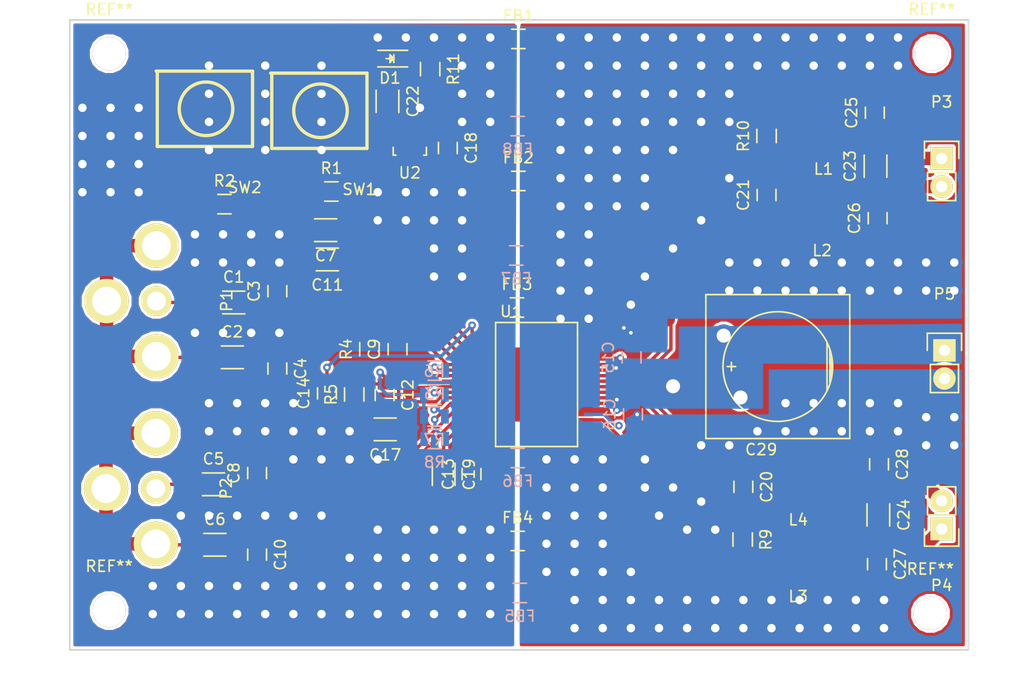
<source format=kicad_pcb>
(kicad_pcb (version 4) (host pcbnew 4.0.2-4+6225~38~ubuntu14.04.1-stable)
  (layers (0 F.Cu signal) (31 B.Cu signal) (34 B.Paste user) (35 F.Paste user) (36 B.SilkS user) (37 F.SilkS user) (38 B.Mask user) (39 F.Mask user) (44 Edge.Cuts user))
  (net 0 "")
  (net 1 "Net-(C1-Pad1)")
  (net 2 "Net-(C1-Pad2)")
  (net 3 "Net-(C2-Pad1)")
  (net 4 "Net-(C2-Pad2)")
  (net 5 OGND)
  (net 6 "Net-(C5-Pad1)")
  (net 7 "Net-(C5-Pad2)")
  (net 8 "Net-(C6-Pad1)")
  (net 9 "Net-(C10-Pad1)")
  (net 10 /STBY)
  (net 11 "Net-(C9-Pad2)")
  (net 12 /MUTE)
  (net 13 /VDDS)
  (net 14 SGND)
  (net 15 "Net-(C13-Pad1)")
  (net 16 "Net-(C13-Pad2)")
  (net 17 "Net-(C14-Pad1)")
  (net 18 "Net-(C14-Pad2)")
  (net 19 /VCC)
  (net 20 "Net-(C17-Pad1)")
  (net 21 "Net-(C19-Pad1)")
  (net 22 "Net-(C20-Pad1)")
  (net 23 "Net-(C20-Pad2)")
  (net 24 "Net-(C21-Pad1)")
  (net 25 "Net-(C21-Pad2)")
  (net 26 /3V3)
  (net 27 /OUTL-)
  (net 28 /OUTL+)
  (net 29 /OUTR-)
  (net 30 /OUTR+)
  (net 31 "Net-(L1-Pad2)")
  (net 32 "Net-(L3-Pad2)")
  (net 33 "Net-(R1-Pad1)")
  (net 34 "Net-(R2-Pad1)")
  (net 35 /SYNCLK)
  (net 36 /DIAG)
  (net 37 "Net-(R7-Pad2)")
  (net 38 "Net-(R8-Pad2)")
  (net 39 "Net-(D1-Pad1)")
  (net 40 GND)
  (module ClassD:STITCH-VIA (layer F.Cu) (at 154.92984 110.50778)
    (fp_text reference REF**11111111 hide)
    (fp_text value STITCH-VIA hide)
    (pad 1 thru_hole circle (at 0 0) (size 1.524 1.524) (drill 0.762) (layers *.Cu) (net 40 GND))
  )
  (module ClassD:STITCH-VIA (layer F.Cu) (at 157.46984 110.50778)
    (fp_text reference REF**11111111 hide)
    (fp_text value STITCH-VIA hide)
    (pad 1 thru_hole circle (at 0 0) (size 1.524 1.524) (drill 0.762) (layers *.Cu) (net 40 GND))
  )
  (module ClassD:STITCH-VIA (layer F.Cu) (at 154.92984 107.96778)
    (fp_text reference REF**11111111 hide)
    (fp_text value STITCH-VIA hide)
    (pad 1 thru_hole circle (at 0 0) (size 1.524 1.524) (drill 0.762) (layers *.Cu) (net 40 GND))
  )
  (module ClassD:STITCH-VIA (layer F.Cu) (at 157.46984 107.96778)
    (fp_text reference REF**11111111 hide)
    (fp_text value STITCH-VIA hide)
    (pad 1 thru_hole circle (at 0 0) (size 1.524 1.524) (drill 0.762) (layers *.Cu) (net 40 GND))
  )
  (module ClassD:STITCH-VIA (layer F.Cu) (at 154.92984 102.88778)
    (fp_text reference REF**11111111 hide)
    (fp_text value STITCH-VIA hide)
    (pad 1 thru_hole circle (at 0 0) (size 1.524 1.524) (drill 0.762) (layers *.Cu) (net 40 GND))
  )
  (module ClassD:STITCH-VIA (layer F.Cu) (at 152.38984 105.42778)
    (fp_text reference REF**11111111 hide)
    (fp_text value STITCH-VIA hide)
    (pad 1 thru_hole circle (at 0 0) (size 1.524 1.524) (drill 0.762) (layers *.Cu) (net 40 GND))
  )
  (module ClassD:STITCH-VIA (layer F.Cu) (at 154.92984 105.42778)
    (fp_text reference REF**11111111 hide)
    (fp_text value STITCH-VIA hide)
    (pad 1 thru_hole circle (at 0 0) (size 1.524 1.524) (drill 0.762) (layers *.Cu) (net 40 GND))
  )
  (module ClassD:STITCH-VIA (layer F.Cu) (at 149.84984 105.42778)
    (fp_text reference REF**11111111 hide)
    (fp_text value STITCH-VIA hide)
    (pad 1 thru_hole circle (at 0 0) (size 1.524 1.524) (drill 0.762) (layers *.Cu) (net 40 GND))
  )
  (module ClassD:STITCH-VIA (layer F.Cu) (at 152.38984 102.88778)
    (fp_text reference REF**11111111 hide)
    (fp_text value STITCH-VIA hide)
    (pad 1 thru_hole circle (at 0 0) (size 1.524 1.524) (drill 0.762) (layers *.Cu) (net 40 GND))
  )
  (module ClassD:STITCH-VIA (layer F.Cu) (at 149.84984 102.88778)
    (fp_text reference REF**11111111 hide)
    (fp_text value STITCH-VIA hide)
    (pad 1 thru_hole circle (at 0 0) (size 1.524 1.524) (drill 0.762) (layers *.Cu) (net 40 GND))
  )
  (module ClassD:STITCH-VIA (layer F.Cu) (at 157.46984 105.42778)
    (fp_text reference REF**11111111 hide)
    (fp_text value STITCH-VIA hide)
    (pad 1 thru_hole circle (at 0 0) (size 1.524 1.524) (drill 0.762) (layers *.Cu) (net 40 GND))
  )
  (module ClassD:STITCH-VIA (layer F.Cu) (at 157.46984 102.88778)
    (fp_text reference REF**11111111 hide)
    (fp_text value STITCH-VIA hide)
    (pad 1 thru_hole circle (at 0 0) (size 1.524 1.524) (drill 0.762) (layers *.Cu) (net 40 GND))
  )
  (module ClassD:STITCH-VIA (layer F.Cu) (at 147.30984 124.47778)
    (fp_text reference REF**11111111 hide)
    (fp_text value STITCH-VIA hide)
    (pad 1 thru_hole circle (at 0 0) (size 1.524 1.524) (drill 0.762) (layers *.Cu) (net 40 GND))
  )
  (module ClassD:STITCH-VIA (layer F.Cu) (at 144.76984 124.47778)
    (fp_text reference REF**11111111 hide)
    (fp_text value STITCH-VIA hide)
    (pad 1 thru_hole circle (at 0 0) (size 1.524 1.524) (drill 0.762) (layers *.Cu) (net 40 GND))
  )
  (module ClassD:STITCH-VIA (layer F.Cu) (at 149.84984 127.01778)
    (fp_text reference REF**11111111 hide)
    (fp_text value STITCH-VIA hide)
    (pad 1 thru_hole circle (at 0 0) (size 1.524 1.524) (drill 0.762) (layers *.Cu) (net 40 GND))
  )
  (module ClassD:STITCH-VIA (layer F.Cu) (at 147.30984 127.01778)
    (fp_text reference REF**11111111 hide)
    (fp_text value STITCH-VIA hide)
    (pad 1 thru_hole circle (at 0 0) (size 1.524 1.524) (drill 0.762) (layers *.Cu) (net 40 GND))
  )
  (module ClassD:STITCH-VIA (layer F.Cu) (at 144.76984 127.01778)
    (fp_text reference REF**11111111 hide)
    (fp_text value STITCH-VIA hide)
    (pad 1 thru_hole circle (at 0 0) (size 1.524 1.524) (drill 0.762) (layers *.Cu) (net 40 GND))
  )
  (module ClassD:STITCH-VIA (layer F.Cu) (at 142.22984 127.01778)
    (fp_text reference REF**11111111 hide)
    (fp_text value STITCH-VIA hide)
    (pad 1 thru_hole circle (at 0 0) (size 1.524 1.524) (drill 0.762) (layers *.Cu) (net 40 GND))
  )
  (module ClassD:STITCH-VIA (layer F.Cu) (at 160.00984 140.98778)
    (fp_text reference REF**11111111 hide)
    (fp_text value STITCH-VIA hide)
    (pad 1 thru_hole circle (at 0 0) (size 1.524 1.524) (drill 0.762) (layers *.Cu) (net 40 GND))
  )
  (module ClassD:STITCH-VIA (layer F.Cu) (at 160.00984 138.44778)
    (fp_text reference REF**11111111 hide)
    (fp_text value STITCH-VIA hide)
    (pad 1 thru_hole circle (at 0 0) (size 1.524 1.524) (drill 0.762) (layers *.Cu) (net 40 GND))
  )
  (module ClassD:STITCH-VIA (layer F.Cu) (at 160.00984 133.36778)
    (fp_text reference REF**11111111 hide)
    (fp_text value STITCH-VIA hide)
    (pad 1 thru_hole circle (at 0 0) (size 1.524 1.524) (drill 0.762) (layers *.Cu) (net 40 GND))
  )
  (module ClassD:STITCH-VIA (layer F.Cu) (at 157.46984 133.36778)
    (fp_text reference REF**11111111 hide)
    (fp_text value STITCH-VIA hide)
    (pad 1 thru_hole circle (at 0 0) (size 1.524 1.524) (drill 0.762) (layers *.Cu) (net 40 GND))
  )
  (module ClassD:STITCH-VIA (layer F.Cu) (at 154.92984 133.36778)
    (fp_text reference REF**11111111 hide)
    (fp_text value STITCH-VIA hide)
    (pad 1 thru_hole circle (at 0 0) (size 1.524 1.524) (drill 0.762) (layers *.Cu) (net 40 GND))
  )
  (module ClassD:STITCH-VIA (layer F.Cu) (at 149.84984 133.36778)
    (fp_text reference REF**11111111 hide)
    (fp_text value STITCH-VIA hide)
    (pad 1 thru_hole circle (at 0 0) (size 1.524 1.524) (drill 0.762) (layers *.Cu) (net 40 GND))
  )
  (module ClassD:STITCH-VIA (layer F.Cu) (at 152.38984 133.36778)
    (fp_text reference REF**11111111 hide)
    (fp_text value STITCH-VIA hide)
    (pad 1 thru_hole circle (at 0 0) (size 1.524 1.524) (drill 0.762) (layers *.Cu) (net 40 GND))
  )
  (module ClassD:STITCH-VIA (layer F.Cu) (at 157.46984 135.90778)
    (fp_text reference REF**11111111 hide)
    (fp_text value STITCH-VIA hide)
    (pad 1 thru_hole circle (at 0 0) (size 1.524 1.524) (drill 0.762) (layers *.Cu) (net 40 GND))
  )
  (module ClassD:STITCH-VIA (layer F.Cu) (at 154.92984 135.90778)
    (fp_text reference REF**11111111 hide)
    (fp_text value STITCH-VIA hide)
    (pad 1 thru_hole circle (at 0 0) (size 1.524 1.524) (drill 0.762) (layers *.Cu) (net 40 GND))
  )
  (module ClassD:STITCH-VIA (layer F.Cu) (at 149.84984 135.90778)
    (fp_text reference REF**11111111 hide)
    (fp_text value STITCH-VIA hide)
    (pad 1 thru_hole circle (at 0 0) (size 1.524 1.524) (drill 0.762) (layers *.Cu) (net 40 GND))
  )
  (module ClassD:STITCH-VIA (layer F.Cu) (at 152.38984 135.90778)
    (fp_text reference REF**11111111 hide)
    (fp_text value STITCH-VIA hide)
    (pad 1 thru_hole circle (at 0 0) (size 1.524 1.524) (drill 0.762) (layers *.Cu) (net 40 GND))
  )
  (module ClassD:STITCH-VIA (layer F.Cu) (at 160.00984 135.90778)
    (fp_text reference REF**11111111 hide)
    (fp_text value STITCH-VIA hide)
    (pad 1 thru_hole circle (at 0 0) (size 1.524 1.524) (drill 0.762) (layers *.Cu) (net 40 GND))
  )
  (module ClassD:STITCH-VIA (layer F.Cu) (at 147.30984 135.90778)
    (fp_text reference REF**11111111 hide)
    (fp_text value STITCH-VIA hide)
    (pad 1 thru_hole circle (at 0 0) (size 1.524 1.524) (drill 0.762) (layers *.Cu) (net 40 GND))
  )
  (module ClassD:STITCH-VIA (layer F.Cu) (at 154.92984 138.44778)
    (fp_text reference REF**11111111 hide)
    (fp_text value STITCH-VIA hide)
    (pad 1 thru_hole circle (at 0 0) (size 1.524 1.524) (drill 0.762) (layers *.Cu) (net 40 GND))
  )
  (module ClassD:STITCH-VIA (layer F.Cu) (at 152.38984 138.44778)
    (fp_text reference REF**11111111 hide)
    (fp_text value STITCH-VIA hide)
    (pad 1 thru_hole circle (at 0 0) (size 1.524 1.524) (drill 0.762) (layers *.Cu) (net 40 GND))
  )
  (module ClassD:STITCH-VIA (layer F.Cu) (at 147.30984 138.44778)
    (fp_text reference REF**11111111 hide)
    (fp_text value STITCH-VIA hide)
    (pad 1 thru_hole circle (at 0 0) (size 1.524 1.524) (drill 0.762) (layers *.Cu) (net 40 GND))
  )
  (module ClassD:STITCH-VIA (layer F.Cu) (at 149.84984 138.44778)
    (fp_text reference REF**11111111 hide)
    (fp_text value STITCH-VIA hide)
    (pad 1 thru_hole circle (at 0 0) (size 1.524 1.524) (drill 0.762) (layers *.Cu) (net 40 GND))
  )
  (module ClassD:STITCH-VIA (layer F.Cu) (at 157.46984 138.44778)
    (fp_text reference REF**11111111 hide)
    (fp_text value STITCH-VIA hide)
    (pad 1 thru_hole circle (at 0 0) (size 1.524 1.524) (drill 0.762) (layers *.Cu) (net 40 GND))
  )
  (module ClassD:STITCH-VIA (layer F.Cu) (at 144.76984 138.44778)
    (fp_text reference REF**11111111 hide)
    (fp_text value STITCH-VIA hide)
    (pad 1 thru_hole circle (at 0 0) (size 1.524 1.524) (drill 0.762) (layers *.Cu) (net 40 GND))
  )
  (module ClassD:STITCH-VIA (layer F.Cu) (at 154.92984 140.98778)
    (fp_text reference REF**11111111 hide)
    (fp_text value STITCH-VIA hide)
    (pad 1 thru_hole circle (at 0 0) (size 1.524 1.524) (drill 0.762) (layers *.Cu) (net 40 GND))
  )
  (module ClassD:STITCH-VIA (layer F.Cu) (at 152.38984 140.98778)
    (fp_text reference REF**11111111 hide)
    (fp_text value STITCH-VIA hide)
    (pad 1 thru_hole circle (at 0 0) (size 1.524 1.524) (drill 0.762) (layers *.Cu) (net 40 GND))
  )
  (module ClassD:STITCH-VIA (layer F.Cu) (at 147.30984 140.98778)
    (fp_text reference REF**11111111 hide)
    (fp_text value STITCH-VIA hide)
    (pad 1 thru_hole circle (at 0 0) (size 1.524 1.524) (drill 0.762) (layers *.Cu) (net 40 GND))
  )
  (module ClassD:STITCH-VIA (layer F.Cu) (at 149.84984 140.98778)
    (fp_text reference REF**11111111 hide)
    (fp_text value STITCH-VIA hide)
    (pad 1 thru_hole circle (at 0 0) (size 1.524 1.524) (drill 0.762) (layers *.Cu) (net 40 GND))
  )
  (module ClassD:STITCH-VIA (layer F.Cu) (at 157.46984 140.98778)
    (fp_text reference REF**11111111 hide)
    (fp_text value STITCH-VIA hide)
    (pad 1 thru_hole circle (at 0 0) (size 1.524 1.524) (drill 0.762) (layers *.Cu) (net 40 GND))
  )
  (module ClassD:STITCH-VIA (layer F.Cu) (at 144.76984 140.98778)
    (fp_text reference REF**11111111 hide)
    (fp_text value STITCH-VIA hide)
    (pad 1 thru_hole circle (at 0 0) (size 1.524 1.524) (drill 0.762) (layers *.Cu) (net 40 GND))
  )
  (module ClassD:STITCH-VIA (layer F.Cu) (at 139.68984 140.98778)
    (fp_text reference REF**11111111 hide)
    (fp_text value STITCH-VIA hide)
    (pad 1 thru_hole circle (at 0 0) (size 1.524 1.524) (drill 0.762) (layers *.Cu) (net 40 GND))
  )
  (module ClassD:STITCH-VIA (layer F.Cu) (at 137.14984 140.98778)
    (fp_text reference REF**11111111 hide)
    (fp_text value STITCH-VIA hide)
    (pad 1 thru_hole circle (at 0 0) (size 1.524 1.524) (drill 0.762) (layers *.Cu) (net 40 GND))
  )
  (module ClassD:STITCH-VIA (layer F.Cu) (at 132.06984 140.98778)
    (fp_text reference REF**11111111 hide)
    (fp_text value STITCH-VIA hide)
    (pad 1 thru_hole circle (at 0 0) (size 1.524 1.524) (drill 0.762) (layers *.Cu) (net 40 GND))
  )
  (module ClassD:STITCH-VIA (layer F.Cu) (at 134.60984 140.98778)
    (fp_text reference REF**11111111 hide)
    (fp_text value STITCH-VIA hide)
    (pad 1 thru_hole circle (at 0 0) (size 1.524 1.524) (drill 0.762) (layers *.Cu) (net 40 GND))
  )
  (module ClassD:STITCH-VIA (layer F.Cu) (at 142.22984 140.98778)
    (fp_text reference REF**11111111 hide)
    (fp_text value STITCH-VIA hide)
    (pad 1 thru_hole circle (at 0 0) (size 1.524 1.524) (drill 0.762) (layers *.Cu) (net 40 GND))
  )
  (module ClassD:STITCH-VIA (layer F.Cu) (at 129.52984 140.98778)
    (fp_text reference REF**11111111 hide)
    (fp_text value STITCH-VIA hide)
    (pad 1 thru_hole circle (at 0 0) (size 1.524 1.524) (drill 0.762) (layers *.Cu) (net 40 GND))
  )
  (module ClassD:STITCH-VIA (layer F.Cu) (at 139.68984 138.44778)
    (fp_text reference REF**11111111 hide)
    (fp_text value STITCH-VIA hide)
    (pad 1 thru_hole circle (at 0 0) (size 1.524 1.524) (drill 0.762) (layers *.Cu) (net 40 GND))
  )
  (module ClassD:STITCH-VIA (layer F.Cu) (at 137.14984 138.44778)
    (fp_text reference REF**11111111 hide)
    (fp_text value STITCH-VIA hide)
    (pad 1 thru_hole circle (at 0 0) (size 1.524 1.524) (drill 0.762) (layers *.Cu) (net 40 GND))
  )
  (module ClassD:STITCH-VIA (layer F.Cu) (at 132.06984 138.44778)
    (fp_text reference REF**11111111 hide)
    (fp_text value STITCH-VIA hide)
    (pad 1 thru_hole circle (at 0 0) (size 1.524 1.524) (drill 0.762) (layers *.Cu) (net 40 GND))
  )
  (module ClassD:STITCH-VIA (layer F.Cu) (at 134.60984 138.44778)
    (fp_text reference REF**11111111 hide)
    (fp_text value STITCH-VIA hide)
    (pad 1 thru_hole circle (at 0 0) (size 1.524 1.524) (drill 0.762) (layers *.Cu) (net 40 GND))
  )
  (module ClassD:STITCH-VIA (layer F.Cu) (at 142.22984 138.44778)
    (fp_text reference REF**11111111 hide)
    (fp_text value STITCH-VIA hide)
    (pad 1 thru_hole circle (at 0 0) (size 1.524 1.524) (drill 0.762) (layers *.Cu) (net 40 GND))
  )
  (module ClassD:STITCH-VIA (layer F.Cu) (at 129.52984 138.44778)
    (fp_text reference REF**11111111 hide)
    (fp_text value STITCH-VIA hide)
    (pad 1 thru_hole circle (at 0 0) (size 1.524 1.524) (drill 0.762) (layers *.Cu) (net 40 GND))
  )
  (module ClassD:STITCH-VIA (layer F.Cu) (at 142.22984 132.09778)
    (fp_text reference REF**11111111 hide)
    (fp_text value STITCH-VIA hide)
    (pad 1 thru_hole circle (at 0 0) (size 1.524 1.524) (drill 0.762) (layers *.Cu) (net 40 GND))
  )
  (module ClassD:STITCH-VIA (layer F.Cu) (at 144.76984 132.09778)
    (fp_text reference REF**11111111 hide)
    (fp_text value STITCH-VIA hide)
    (pad 1 thru_hole circle (at 0 0) (size 1.524 1.524) (drill 0.762) (layers *.Cu) (net 40 GND))
  )
  (module ClassD:STITCH-VIA (layer F.Cu) (at 132.06984 132.09778)
    (fp_text reference REF**11111111 hide)
    (fp_text value STITCH-VIA hide)
    (pad 1 thru_hole circle (at 0 0) (size 1.524 1.524) (drill 0.762) (layers *.Cu) (net 40 GND))
  )
  (module ClassD:STITCH-VIA (layer F.Cu) (at 134.60984 132.09778)
    (fp_text reference REF**11111111 hide)
    (fp_text value STITCH-VIA hide)
    (pad 1 thru_hole circle (at 0 0) (size 1.524 1.524) (drill 0.762) (layers *.Cu) (net 40 GND))
  )
  (module ClassD:STITCH-VIA (layer F.Cu) (at 137.14984 132.09778)
    (fp_text reference REF**11111111 hide)
    (fp_text value STITCH-VIA hide)
    (pad 1 thru_hole circle (at 0 0) (size 1.524 1.524) (drill 0.762) (layers *.Cu) (net 40 GND))
  )
  (module ClassD:STITCH-VIA (layer F.Cu) (at 139.68984 132.09778)
    (fp_text reference REF**11111111 hide)
    (fp_text value STITCH-VIA hide)
    (pad 1 thru_hole circle (at 0 0) (size 1.524 1.524) (drill 0.762) (layers *.Cu) (net 40 GND))
  )
  (module ClassD:STITCH-VIA (layer F.Cu) (at 134.60984 124.47778)
    (fp_text reference REF**11111111 hide)
    (fp_text value STITCH-VIA hide)
    (pad 1 thru_hole circle (at 0 0) (size 1.524 1.524) (drill 0.762) (layers *.Cu) (net 40 GND))
  )
  (module ClassD:STITCH-VIA (layer F.Cu) (at 137.14984 124.47778)
    (fp_text reference REF**11111111 hide)
    (fp_text value STITCH-VIA hide)
    (pad 1 thru_hole circle (at 0 0) (size 1.524 1.524) (drill 0.762) (layers *.Cu) (net 40 GND))
  )
  (module ClassD:STITCH-VIA (layer F.Cu) (at 139.68984 124.47778)
    (fp_text reference REF**11111111 hide)
    (fp_text value STITCH-VIA hide)
    (pad 1 thru_hole circle (at 0 0) (size 1.524 1.524) (drill 0.762) (layers *.Cu) (net 40 GND))
  )
  (module ClassD:STITCH-VIA (layer F.Cu) (at 142.22984 124.47778)
    (fp_text reference REF**11111111 hide)
    (fp_text value STITCH-VIA hide)
    (pad 1 thru_hole circle (at 0 0) (size 1.524 1.524) (drill 0.762) (layers *.Cu) (net 40 GND))
  )
  (module ClassD:STITCH-VIA (layer F.Cu) (at 134.60984 121.93778)
    (fp_text reference REF**11111111 hide)
    (fp_text value STITCH-VIA hide)
    (pad 1 thru_hole circle (at 0 0) (size 1.524 1.524) (drill 0.762) (layers *.Cu) (net 40 GND))
  )
  (module ClassD:STITCH-VIA (layer F.Cu) (at 137.14984 121.93778)
    (fp_text reference REF**11111111 hide)
    (fp_text value STITCH-VIA hide)
    (pad 1 thru_hole circle (at 0 0) (size 1.524 1.524) (drill 0.762) (layers *.Cu) (net 40 GND))
  )
  (module ClassD:STITCH-VIA (layer F.Cu) (at 139.68984 121.93778)
    (fp_text reference REF**11111111 hide)
    (fp_text value STITCH-VIA hide)
    (pad 1 thru_hole circle (at 0 0) (size 1.524 1.524) (drill 0.762) (layers *.Cu) (net 40 GND))
  )
  (module ClassD:STITCH-VIA (layer F.Cu) (at 142.22984 121.93778)
    (fp_text reference REF**11111111 hide)
    (fp_text value STITCH-VIA hide)
    (pad 1 thru_hole circle (at 0 0) (size 1.524 1.524) (drill 0.762) (layers *.Cu) (net 40 GND))
  )
  (module ClassD:STITCH-VIA (layer F.Cu) (at 133.33984 115.58778)
    (fp_text reference REF**11111111 hide)
    (fp_text value STITCH-VIA hide)
    (pad 1 thru_hole circle (at 0 0) (size 1.524 1.524) (drill 0.762) (layers *.Cu) (net 40 GND))
  )
  (module ClassD:STITCH-VIA (layer F.Cu) (at 135.87984 115.58778)
    (fp_text reference REF**11111111 hide)
    (fp_text value STITCH-VIA hide)
    (pad 1 thru_hole circle (at 0 0) (size 1.524 1.524) (drill 0.762) (layers *.Cu) (net 40 GND))
  )
  (module ClassD:STITCH-VIA (layer F.Cu) (at 138.41984 115.58778)
    (fp_text reference REF**11111111 hide)
    (fp_text value STITCH-VIA hide)
    (pad 1 thru_hole circle (at 0 0) (size 1.524 1.524) (drill 0.762) (layers *.Cu) (net 40 GND))
  )
  (module ClassD:STITCH-VIA (layer F.Cu) (at 140.95984 115.58778)
    (fp_text reference REF**11111111 hide)
    (fp_text value STITCH-VIA hide)
    (pad 1 thru_hole circle (at 0 0) (size 1.524 1.524) (drill 0.762) (layers *.Cu) (net 40 GND))
  )
  (module ClassD:STITCH-VIA (layer F.Cu) (at 133.33984 109.23778)
    (fp_text reference REF**11111111 hide)
    (fp_text value STITCH-VIA hide)
    (pad 1 thru_hole circle (at 0 0) (size 1.524 1.524) (drill 0.762) (layers *.Cu) (net 40 GND))
  )
  (module ClassD:STITCH-VIA (layer F.Cu) (at 135.87984 109.23778)
    (fp_text reference REF**11111111 hide)
    (fp_text value STITCH-VIA hide)
    (pad 1 thru_hole circle (at 0 0) (size 1.524 1.524) (drill 0.762) (layers *.Cu) (net 40 GND))
  )
  (module ClassD:STITCH-VIA (layer F.Cu) (at 138.41984 109.23778)
    (fp_text reference REF**11111111 hide)
    (fp_text value STITCH-VIA hide)
    (pad 1 thru_hole circle (at 0 0) (size 1.524 1.524) (drill 0.762) (layers *.Cu) (net 40 GND))
  )
  (module ClassD:STITCH-VIA (layer F.Cu) (at 140.95984 109.23778)
    (fp_text reference REF**11111111 hide)
    (fp_text value STITCH-VIA hide)
    (pad 1 thru_hole circle (at 0 0) (size 1.524 1.524) (drill 0.762) (layers *.Cu) (net 40 GND))
  )
  (module ClassD:STITCH-VIA (layer F.Cu) (at 140.95984 106.69778)
    (fp_text reference REF**11111111 hide)
    (fp_text value STITCH-VIA hide)
    (pad 1 thru_hole circle (at 0 0) (size 1.524 1.524) (drill 0.762) (layers *.Cu) (net 40 GND))
  )
  (module ClassD:STITCH-VIA (layer F.Cu) (at 138.41984 106.69778)
    (fp_text reference REF**11111111 hide)
    (fp_text value STITCH-VIA hide)
    (pad 1 thru_hole circle (at 0 0) (size 1.524 1.524) (drill 0.762) (layers *.Cu) (net 40 GND))
  )
  (module ClassD:STITCH-VIA (layer F.Cu) (at 133.33984 106.69778)
    (fp_text reference REF**11111111 hide)
    (fp_text value STITCH-VIA hide)
    (pad 1 thru_hole circle (at 0 0) (size 1.524 1.524) (drill 0.762) (layers *.Cu) (net 40 GND))
  )
  (module ClassD:STITCH-VIA (layer F.Cu) (at 135.87984 106.69778)
    (fp_text reference REF**11111111 hide)
    (fp_text value STITCH-VIA hide)
    (pad 1 thru_hole circle (at 0 0) (size 1.524 1.524) (drill 0.762) (layers *.Cu) (net 40 GND))
  )
  (module ClassD:STITCH-VIA (layer F.Cu) (at 128.25984 100.34778)
    (fp_text reference REF**11111111 hide)
    (fp_text value STITCH-VIA hide)
    (pad 1 thru_hole circle (at 0 0) (size 1.524 1.524) (drill 0.762) (layers *.Cu) (net 40 GND))
  )
  (module ClassD:STITCH-VIA (layer F.Cu) (at 128.25984 95.26778)
    (fp_text reference REF**11111111 hide)
    (fp_text value STITCH-VIA hide)
    (pad 1 thru_hole circle (at 0 0) (size 1.524 1.524) (drill 0.762) (layers *.Cu) (net 40 GND))
  )
  (module ClassD:STITCH-VIA (layer F.Cu) (at 128.25984 97.80778)
    (fp_text reference REF**11111111 hide)
    (fp_text value STITCH-VIA hide)
    (pad 1 thru_hole circle (at 0 0) (size 1.524 1.524) (drill 0.762) (layers *.Cu) (net 40 GND))
  )
  (module ClassD:STITCH-VIA (layer F.Cu) (at 128.25984 102.88778)
    (fp_text reference REF**11111111 hide)
    (fp_text value STITCH-VIA hide)
    (pad 1 thru_hole circle (at 0 0) (size 1.524 1.524) (drill 0.762) (layers *.Cu) (net 40 GND))
  )
  (module ClassD:STITCH-VIA (layer F.Cu) (at 125.71984 100.34778)
    (fp_text reference REF**11111111 hide)
    (fp_text value STITCH-VIA hide)
    (pad 1 thru_hole circle (at 0 0) (size 1.524 1.524) (drill 0.762) (layers *.Cu) (net 40 GND))
  )
  (module ClassD:STITCH-VIA (layer F.Cu) (at 125.71984 95.26778)
    (fp_text reference REF**11111111 hide)
    (fp_text value STITCH-VIA hide)
    (pad 1 thru_hole circle (at 0 0) (size 1.524 1.524) (drill 0.762) (layers *.Cu) (net 40 GND))
  )
  (module ClassD:STITCH-VIA (layer F.Cu) (at 125.71984 97.80778)
    (fp_text reference REF**11111111 hide)
    (fp_text value STITCH-VIA hide)
    (pad 1 thru_hole circle (at 0 0) (size 1.524 1.524) (drill 0.762) (layers *.Cu) (net 40 GND))
  )
  (module ClassD:STITCH-VIA (layer F.Cu) (at 125.71984 102.88778)
    (fp_text reference REF**11111111 hide)
    (fp_text value STITCH-VIA hide)
    (pad 1 thru_hole circle (at 0 0) (size 1.524 1.524) (drill 0.762) (layers *.Cu) (net 40 GND))
  )
  (module ClassD:STITCH-VIA (layer F.Cu) (at 123.17984 100.34778)
    (fp_text reference REF**11111111 hide)
    (fp_text value STITCH-VIA hide)
    (pad 1 thru_hole circle (at 0 0) (size 1.524 1.524) (drill 0.762) (layers *.Cu) (net 40 GND))
  )
  (module ClassD:STITCH-VIA (layer F.Cu) (at 123.17984 95.26778)
    (fp_text reference REF**11111111 hide)
    (fp_text value STITCH-VIA hide)
    (pad 1 thru_hole circle (at 0 0) (size 1.524 1.524) (drill 0.762) (layers *.Cu) (net 40 GND))
  )
  (module ClassD:STITCH-VIA (layer F.Cu) (at 123.17984 97.80778)
    (fp_text reference REF**11111111 hide)
    (fp_text value STITCH-VIA hide)
    (pad 1 thru_hole circle (at 0 0) (size 1.524 1.524) (drill 0.762) (layers *.Cu) (net 40 GND))
  )
  (module ClassD:STITCH-VIA (layer F.Cu) (at 123.17984 102.88778)
    (fp_text reference REF**11111111 hide)
    (fp_text value STITCH-VIA hide)
    (pad 1 thru_hole circle (at 0 0) (size 1.524 1.524) (drill 0.762) (layers *.Cu) (net 40 GND))
  )
  (module ClassD:STITCH-VIA (layer F.Cu) (at 134.60984 96.53778)
    (fp_text reference REF**11111111 hide)
    (fp_text value STITCH-VIA hide)
    (pad 1 thru_hole circle (at 0 0) (size 1.524 1.524) (drill 0.762) (layers *.Cu) (net 40 GND))
  )
  (module ClassD:STITCH-VIA (layer F.Cu) (at 134.60984 91.45778)
    (fp_text reference REF**11111111 hide)
    (fp_text value STITCH-VIA hide)
    (pad 1 thru_hole circle (at 0 0) (size 1.524 1.524) (drill 0.762) (layers *.Cu) (net 40 GND))
  )
  (module ClassD:STITCH-VIA (layer F.Cu) (at 134.60984 93.99778)
    (fp_text reference REF**11111111 hide)
    (fp_text value STITCH-VIA hide)
    (pad 1 thru_hole circle (at 0 0) (size 1.524 1.524) (drill 0.762) (layers *.Cu) (net 40 GND))
  )
  (module ClassD:STITCH-VIA (layer F.Cu) (at 134.60984 99.07778)
    (fp_text reference REF**11111111 hide)
    (fp_text value STITCH-VIA hide)
    (pad 1 thru_hole circle (at 0 0) (size 1.524 1.524) (drill 0.762) (layers *.Cu) (net 40 GND))
  )
  (module ClassD:STITCH-VIA (layer F.Cu) (at 139.68984 96.53778)
    (fp_text reference REF**11111111 hide)
    (fp_text value STITCH-VIA hide)
    (pad 1 thru_hole circle (at 0 0) (size 1.524 1.524) (drill 0.762) (layers *.Cu) (net 40 GND))
  )
  (module ClassD:STITCH-VIA (layer F.Cu) (at 139.68984 91.45778)
    (fp_text reference REF**11111111 hide)
    (fp_text value STITCH-VIA hide)
    (pad 1 thru_hole circle (at 0 0) (size 1.524 1.524) (drill 0.762) (layers *.Cu) (net 40 GND))
  )
  (module ClassD:STITCH-VIA (layer F.Cu) (at 139.68984 93.99778)
    (fp_text reference REF**11111111 hide)
    (fp_text value STITCH-VIA hide)
    (pad 1 thru_hole circle (at 0 0) (size 1.524 1.524) (drill 0.762) (layers *.Cu) (net 40 GND))
  )
  (module ClassD:STITCH-VIA (layer F.Cu) (at 139.68984 99.07778)
    (fp_text reference REF**11111111 hide)
    (fp_text value STITCH-VIA hide)
    (pad 1 thru_hole circle (at 0 0) (size 1.524 1.524) (drill 0.762) (layers *.Cu) (net 40 GND))
  )
  (module ClassD:STITCH-VIA (layer F.Cu) (at 144.76984 96.53778)
    (fp_text reference REF**11111111 hide)
    (fp_text value STITCH-VIA hide)
    (pad 1 thru_hole circle (at 0 0) (size 1.524 1.524) (drill 0.762) (layers *.Cu) (net 40 GND))
  )
  (module ClassD:STITCH-VIA (layer F.Cu) (at 144.76984 91.45778)
    (fp_text reference REF**11111111 hide)
    (fp_text value STITCH-VIA hide)
    (pad 1 thru_hole circle (at 0 0) (size 1.524 1.524) (drill 0.762) (layers *.Cu) (net 40 GND))
  )
  (module ClassD:STITCH-VIA (layer F.Cu) (at 144.76984 93.99778)
    (fp_text reference REF**11111111 hide)
    (fp_text value STITCH-VIA hide)
    (pad 1 thru_hole circle (at 0 0) (size 1.524 1.524) (drill 0.762) (layers *.Cu) (net 40 GND))
  )
  (module ClassD:STITCH-VIA (layer F.Cu) (at 144.76984 99.07778)
    (fp_text reference REF**11111111 hide)
    (fp_text value STITCH-VIA hide)
    (pad 1 thru_hole circle (at 0 0) (size 1.524 1.524) (drill 0.762) (layers *.Cu) (net 40 GND))
  )
  (module ClassD:STITCH-VIA (layer F.Cu) (at 153.65984 95.26778)
    (fp_text reference REF**11111111 hide)
    (fp_text value STITCH-VIA hide)
    (pad 1 thru_hole circle (at 0 0) (size 1.524 1.524) (drill 0.762) (layers *.Cu) (net 40 GND))
  )
  (module ClassD:STITCH-VIA (layer F.Cu) (at 157.46984 96.53778)
    (fp_text reference REF**11111111 hide)
    (fp_text value STITCH-VIA hide)
    (pad 1 thru_hole circle (at 0 0) (size 1.524 1.524) (drill 0.762) (layers *.Cu) (net 40 GND))
  )
  (module ClassD:STITCH-VIA (layer F.Cu) (at 160.00984 96.53778)
    (fp_text reference REF**11111111 hide)
    (fp_text value STITCH-VIA hide)
    (pad 1 thru_hole circle (at 0 0) (size 1.524 1.524) (drill 0.762) (layers *.Cu) (net 40 GND))
  )
  (module ClassD:STITCH-VIA (layer F.Cu) (at 157.46984 93.99778)
    (fp_text reference REF**11111111 hide)
    (fp_text value STITCH-VIA hide)
    (pad 1 thru_hole circle (at 0 0) (size 1.524 1.524) (drill 0.762) (layers *.Cu) (net 40 GND))
  )
  (module ClassD:STITCH-VIA (layer F.Cu) (at 160.00984 93.99778)
    (fp_text reference REF**11111111 hide)
    (fp_text value STITCH-VIA hide)
    (pad 1 thru_hole circle (at 0 0) (size 1.524 1.524) (drill 0.762) (layers *.Cu) (net 40 GND))
  )
  (module ClassD:STITCH-VIA (layer F.Cu) (at 157.46984 91.45778)
    (fp_text reference REF**11111111 hide)
    (fp_text value STITCH-VIA hide)
    (pad 1 thru_hole circle (at 0 0) (size 1.524 1.524) (drill 0.762) (layers *.Cu) (net 40 GND))
  )
  (module ClassD:STITCH-VIA (layer F.Cu) (at 160.00984 91.45778)
    (fp_text reference REF**11111111 hide)
    (fp_text value STITCH-VIA hide)
    (pad 1 thru_hole circle (at 0 0) (size 1.524 1.524) (drill 0.762) (layers *.Cu) (net 40 GND))
  )
  (module ClassD:STITCH-VIA (layer F.Cu) (at 149.84984 88.91778)
    (fp_text reference REF**11111111 hide)
    (fp_text value STITCH-VIA hide)
    (pad 1 thru_hole circle (at 0 0) (size 1.524 1.524) (drill 0.762) (layers *.Cu) (net 40 GND))
  )
  (module ClassD:STITCH-VIA (layer F.Cu) (at 152.38984 88.91778)
    (fp_text reference REF**11111111 hide)
    (fp_text value STITCH-VIA hide)
    (pad 1 thru_hole circle (at 0 0) (size 1.524 1.524) (drill 0.762) (layers *.Cu) (net 40 GND))
  )
  (module ClassD:STITCH-VIA (layer F.Cu) (at 154.92984 88.91778)
    (fp_text reference REF**11111111 hide)
    (fp_text value STITCH-VIA hide)
    (pad 1 thru_hole circle (at 0 0) (size 1.524 1.524) (drill 0.762) (layers *.Cu) (net 40 GND))
  )
  (module ClassD:STITCH-VIA (layer F.Cu) (at 157.46984 88.91778)
    (fp_text reference REF**11111111 hide)
    (fp_text value STITCH-VIA hide)
    (pad 1 thru_hole circle (at 0 0) (size 1.524 1.524) (drill 0.762) (layers *.Cu) (net 40 GND))
  )
  (module ClassD:STITCH-VIA (layer F.Cu) (at 160.00984 88.91778)
    (fp_text reference REF**11111111 hide)
    (fp_text value STITCH-VIA hide)
    (pad 1 thru_hole circle (at 0 0) (size 1.524 1.524) (drill 0.762) (layers *.Cu) (net 40 GND))
  )
  (module ClassD:STITCH-VIA (layer F.Cu) (at 170.16984 127.01778)
    (fp_text reference REF**11111122 hide)
    (fp_text value STITCH-VIA hide)
    (pad 1 thru_hole circle (at 0 0) (size 1.524 1.524) (drill 0.762) (layers *.Cu) (net 5 OGND))
  )
  (module ClassD:STITCH-VIA (layer F.Cu) (at 167.62984 127.01778)
    (fp_text reference REF**11111122 hide)
    (fp_text value STITCH-VIA hide)
    (pad 1 thru_hole circle (at 0 0) (size 1.524 1.524) (drill 0.762) (layers *.Cu) (net 5 OGND))
  )
  (module ClassD:STITCH-VIA (layer F.Cu) (at 165.08984 127.01778)
    (fp_text reference REF**11111122 hide)
    (fp_text value STITCH-VIA hide)
    (pad 1 thru_hole circle (at 0 0) (size 1.524 1.524) (drill 0.762) (layers *.Cu) (net 5 OGND))
  )
  (module ClassD:STITCH-VIA (layer F.Cu) (at 170.16984 129.55778)
    (fp_text reference REF**11111122 hide)
    (fp_text value STITCH-VIA hide)
    (pad 1 thru_hole circle (at 0 0) (size 1.524 1.524) (drill 0.762) (layers *.Cu) (net 5 OGND))
  )
  (module ClassD:STITCH-VIA (layer F.Cu) (at 165.08984 129.55778)
    (fp_text reference REF**11111122 hide)
    (fp_text value STITCH-VIA hide)
    (pad 1 thru_hole circle (at 0 0) (size 1.524 1.524) (drill 0.762) (layers *.Cu) (net 5 OGND))
  )
  (module ClassD:STITCH-VIA (layer F.Cu) (at 167.62984 129.55778)
    (fp_text reference REF**11111122 hide)
    (fp_text value STITCH-VIA hide)
    (pad 1 thru_hole circle (at 0 0) (size 1.524 1.524) (drill 0.762) (layers *.Cu) (net 5 OGND))
  )
  (module ClassD:STITCH-VIA (layer F.Cu) (at 170.16984 132.09778)
    (fp_text reference REF**11111122 hide)
    (fp_text value STITCH-VIA hide)
    (pad 1 thru_hole circle (at 0 0) (size 1.524 1.524) (drill 0.762) (layers *.Cu) (net 5 OGND))
  )
  (module ClassD:STITCH-VIA (layer F.Cu) (at 165.08984 132.09778)
    (fp_text reference REF**11111122 hide)
    (fp_text value STITCH-VIA hide)
    (pad 1 thru_hole circle (at 0 0) (size 1.524 1.524) (drill 0.762) (layers *.Cu) (net 5 OGND))
  )
  (module ClassD:STITCH-VIA (layer F.Cu) (at 167.62984 132.09778)
    (fp_text reference REF**11111122 hide)
    (fp_text value STITCH-VIA hide)
    (pad 1 thru_hole circle (at 0 0) (size 1.524 1.524) (drill 0.762) (layers *.Cu) (net 5 OGND))
  )
  (module ClassD:STITCH-VIA (layer F.Cu) (at 170.16984 134.63778)
    (fp_text reference REF**11111122 hide)
    (fp_text value STITCH-VIA hide)
    (pad 1 thru_hole circle (at 0 0) (size 1.524 1.524) (drill 0.762) (layers *.Cu) (net 5 OGND))
  )
  (module ClassD:STITCH-VIA (layer F.Cu) (at 165.08984 134.63778)
    (fp_text reference REF**11111122 hide)
    (fp_text value STITCH-VIA hide)
    (pad 1 thru_hole circle (at 0 0) (size 1.524 1.524) (drill 0.762) (layers *.Cu) (net 5 OGND))
  )
  (module ClassD:STITCH-VIA (layer F.Cu) (at 167.62984 134.63778)
    (fp_text reference REF**11111122 hide)
    (fp_text value STITCH-VIA hide)
    (pad 1 thru_hole circle (at 0 0) (size 1.524 1.524) (drill 0.762) (layers *.Cu) (net 5 OGND))
  )
  (module ClassD:STITCH-VIA (layer F.Cu) (at 172.70984 137.17778)
    (fp_text reference REF**11111122 hide)
    (fp_text value STITCH-VIA hide)
    (pad 1 thru_hole circle (at 0 0) (size 1.524 1.524) (drill 0.762) (layers *.Cu) (net 5 OGND))
  )
  (module ClassD:STITCH-VIA (layer F.Cu) (at 170.16984 137.17778)
    (fp_text reference REF**11111122 hide)
    (fp_text value STITCH-VIA hide)
    (pad 1 thru_hole circle (at 0 0) (size 1.524 1.524) (drill 0.762) (layers *.Cu) (net 5 OGND))
  )
  (module ClassD:STITCH-VIA (layer F.Cu) (at 165.08984 137.17778)
    (fp_text reference REF**11111122 hide)
    (fp_text value STITCH-VIA hide)
    (pad 1 thru_hole circle (at 0 0) (size 1.524 1.524) (drill 0.762) (layers *.Cu) (net 5 OGND))
  )
  (module ClassD:STITCH-VIA (layer F.Cu) (at 167.62984 137.17778)
    (fp_text reference REF**11111122 hide)
    (fp_text value STITCH-VIA hide)
    (pad 1 thru_hole circle (at 0 0) (size 1.524 1.524) (drill 0.762) (layers *.Cu) (net 5 OGND))
  )
  (module ClassD:STITCH-VIA (layer F.Cu) (at 170.16984 139.71778)
    (fp_text reference REF**11111122 hide)
    (fp_text value STITCH-VIA hide)
    (pad 1 thru_hole circle (at 0 0) (size 1.524 1.524) (drill 0.762) (layers *.Cu) (net 5 OGND))
  )
  (module ClassD:STITCH-VIA (layer F.Cu) (at 167.62984 139.71778)
    (fp_text reference REF**11111122 hide)
    (fp_text value STITCH-VIA hide)
    (pad 1 thru_hole circle (at 0 0) (size 1.524 1.524) (drill 0.762) (layers *.Cu) (net 5 OGND))
  )
  (module ClassD:STITCH-VIA (layer F.Cu) (at 170.16984 142.25778)
    (fp_text reference REF**111111121 hide)
    (fp_text value STITCH-VIA hide)
    (pad 1 thru_hole circle (at 0 0) (size 1.524 1.524) (drill 0.762) (layers *.Cu) (net 5 OGND))
  )
  (module ClassD:STITCH-VIA (layer F.Cu) (at 172.70984 139.71778)
    (fp_text reference REF**11111122 hide)
    (fp_text value STITCH-VIA hide)
    (pad 1 thru_hole circle (at 0 0) (size 1.524 1.524) (drill 0.762) (layers *.Cu) (net 5 OGND))
  )
  (module ClassD:STITCH-VIA (layer F.Cu) (at 175.24984 139.71778)
    (fp_text reference REF**11111122 hide)
    (fp_text value STITCH-VIA hide)
    (pad 1 thru_hole circle (at 0 0) (size 1.524 1.524) (drill 0.762) (layers *.Cu) (net 5 OGND))
  )
  (module ClassD:STITCH-VIA (layer F.Cu) (at 172.70984 142.25778)
    (fp_text reference REF**111111121 hide)
    (fp_text value STITCH-VIA hide)
    (pad 1 thru_hole circle (at 0 0) (size 1.524 1.524) (drill 0.762) (layers *.Cu) (net 5 OGND))
  )
  (module ClassD:STITCH-VIA (layer F.Cu) (at 175.24984 142.25778)
    (fp_text reference REF**111111121 hide)
    (fp_text value STITCH-VIA hide)
    (pad 1 thru_hole circle (at 0 0) (size 1.524 1.524) (drill 0.762) (layers *.Cu) (net 5 OGND))
  )
  (module ClassD:STITCH-VIA (layer F.Cu) (at 167.62984 142.25778)
    (fp_text reference REF**111111121 hide)
    (fp_text value STITCH-VIA hide)
    (pad 1 thru_hole circle (at 0 0) (size 1.524 1.524) (drill 0.762) (layers *.Cu) (net 5 OGND))
  )
  (module ClassD:STITCH-VIA (layer F.Cu) (at 180.32984 139.71778)
    (fp_text reference REF**11111122 hide)
    (fp_text value STITCH-VIA hide)
    (pad 1 thru_hole circle (at 0 0) (size 1.524 1.524) (drill 0.762) (layers *.Cu) (net 5 OGND))
  )
  (module ClassD:STITCH-VIA (layer F.Cu) (at 177.78984 139.71778)
    (fp_text reference REF**11111122 hide)
    (fp_text value STITCH-VIA hide)
    (pad 1 thru_hole circle (at 0 0) (size 1.524 1.524) (drill 0.762) (layers *.Cu) (net 5 OGND))
  )
  (module ClassD:STITCH-VIA (layer F.Cu) (at 180.32984 142.25778)
    (fp_text reference REF**111111121 hide)
    (fp_text value STITCH-VIA hide)
    (pad 1 thru_hole circle (at 0 0) (size 1.524 1.524) (drill 0.762) (layers *.Cu) (net 5 OGND))
  )
  (module ClassD:STITCH-VIA (layer F.Cu) (at 182.86984 139.71778)
    (fp_text reference REF**11111122 hide)
    (fp_text value STITCH-VIA hide)
    (pad 1 thru_hole circle (at 0 0) (size 1.524 1.524) (drill 0.762) (layers *.Cu) (net 5 OGND))
  )
  (module ClassD:STITCH-VIA (layer F.Cu) (at 185.40984 139.71778)
    (fp_text reference REF**11111122 hide)
    (fp_text value STITCH-VIA hide)
    (pad 1 thru_hole circle (at 0 0) (size 1.524 1.524) (drill 0.762) (layers *.Cu) (net 5 OGND))
  )
  (module ClassD:STITCH-VIA (layer F.Cu) (at 182.86984 142.25778)
    (fp_text reference REF**111111121 hide)
    (fp_text value STITCH-VIA hide)
    (pad 1 thru_hole circle (at 0 0) (size 1.524 1.524) (drill 0.762) (layers *.Cu) (net 5 OGND))
  )
  (module ClassD:STITCH-VIA (layer F.Cu) (at 185.40984 142.25778)
    (fp_text reference REF**111111121 hide)
    (fp_text value STITCH-VIA hide)
    (pad 1 thru_hole circle (at 0 0) (size 1.524 1.524) (drill 0.762) (layers *.Cu) (net 5 OGND))
  )
  (module ClassD:STITCH-VIA (layer F.Cu) (at 177.78984 142.25778)
    (fp_text reference REF**111111121 hide)
    (fp_text value STITCH-VIA hide)
    (pad 1 thru_hole circle (at 0 0) (size 1.524 1.524) (drill 0.762) (layers *.Cu) (net 5 OGND))
  )
  (module ClassD:STITCH-VIA (layer F.Cu) (at 190.48984 139.71778)
    (fp_text reference REF**11111122 hide)
    (fp_text value STITCH-VIA hide)
    (pad 1 thru_hole circle (at 0 0) (size 1.524 1.524) (drill 0.762) (layers *.Cu) (net 5 OGND))
  )
  (module ClassD:STITCH-VIA (layer F.Cu) (at 187.94984 139.71778)
    (fp_text reference REF**11111122 hide)
    (fp_text value STITCH-VIA hide)
    (pad 1 thru_hole circle (at 0 0) (size 1.524 1.524) (drill 0.762) (layers *.Cu) (net 5 OGND))
  )
  (module ClassD:STITCH-VIA (layer F.Cu) (at 190.48984 142.25778)
    (fp_text reference REF**111111121 hide)
    (fp_text value STITCH-VIA hide)
    (pad 1 thru_hole circle (at 0 0) (size 1.524 1.524) (drill 0.762) (layers *.Cu) (net 5 OGND))
  )
  (module ClassD:STITCH-VIA (layer F.Cu) (at 193.02984 139.71778)
    (fp_text reference REF**11111122 hide)
    (fp_text value STITCH-VIA hide)
    (pad 1 thru_hole circle (at 0 0) (size 1.524 1.524) (drill 0.762) (layers *.Cu) (net 5 OGND))
  )
  (module ClassD:STITCH-VIA (layer F.Cu) (at 195.56984 139.71778)
    (fp_text reference REF**11111122 hide)
    (fp_text value STITCH-VIA hide)
    (pad 1 thru_hole circle (at 0 0) (size 1.524 1.524) (drill 0.762) (layers *.Cu) (net 5 OGND))
  )
  (module ClassD:STITCH-VIA (layer F.Cu) (at 193.02984 142.25778)
    (fp_text reference REF**111111121 hide)
    (fp_text value STITCH-VIA hide)
    (pad 1 thru_hole circle (at 0 0) (size 1.524 1.524) (drill 0.762) (layers *.Cu) (net 5 OGND))
  )
  (module ClassD:STITCH-VIA (layer F.Cu) (at 195.56984 142.25778)
    (fp_text reference REF**111111121 hide)
    (fp_text value STITCH-VIA hide)
    (pad 1 thru_hole circle (at 0 0) (size 1.524 1.524) (drill 0.762) (layers *.Cu) (net 5 OGND))
  )
  (module ClassD:STITCH-VIA (layer F.Cu) (at 187.94984 142.25778)
    (fp_text reference REF**111111121 hide)
    (fp_text value STITCH-VIA hide)
    (pad 1 thru_hole circle (at 0 0) (size 1.524 1.524) (drill 0.762) (layers *.Cu) (net 5 OGND))
  )
  (module ClassD:STITCH-VIA (layer F.Cu) (at 181.59984 101.61778)
    (fp_text reference REF**111111121 hide)
    (fp_text value STITCH-VIA hide)
    (pad 1 thru_hole circle (at 0 0) (size 1.524 1.524) (drill 0.762) (layers *.Cu) (net 5 OGND))
  )
  (module ClassD:STITCH-VIA (layer F.Cu) (at 179.05984 105.42778)
    (fp_text reference REF**111111121 hide)
    (fp_text value STITCH-VIA hide)
    (pad 1 thru_hole circle (at 0 0) (size 1.524 1.524) (drill 0.762) (layers *.Cu) (net 5 OGND))
  )
  (module ClassD:STITCH-VIA (layer F.Cu) (at 176.51984 107.96778)
    (fp_text reference REF**111111121 hide)
    (fp_text value STITCH-VIA hide)
    (pad 1 thru_hole circle (at 0 0) (size 1.524 1.524) (drill 0.762) (layers *.Cu) (net 5 OGND))
  )
  (module ClassD:STITCH-VIA (layer F.Cu) (at 173.97984 110.50778)
    (fp_text reference REF**111111121 hide)
    (fp_text value STITCH-VIA hide)
    (pad 1 thru_hole circle (at 0 0) (size 1.524 1.524) (drill 0.762) (layers *.Cu) (net 5 OGND))
  )
  (module ClassD:STITCH-VIA (layer F.Cu) (at 172.70984 113.04778)
    (fp_text reference REF**111111121 hide)
    (fp_text value STITCH-VIA hide)
    (pad 1 thru_hole circle (at 0 0) (size 1.524 1.524) (drill 0.762) (layers *.Cu) (net 5 OGND))
  )
  (module ClassD:STITCH-VIA (layer F.Cu) (at 179.05984 125.74778)
    (fp_text reference REF**111111121 hide)
    (fp_text value STITCH-VIA hide)
    (pad 1 thru_hole circle (at 0 0) (size 1.524 1.524) (drill 0.762) (layers *.Cu) (net 5 OGND))
  )
  (module ClassD:STITCH-VIA (layer F.Cu) (at 181.59984 125.74778)
    (fp_text reference REF**111111121 hide)
    (fp_text value STITCH-VIA hide)
    (pad 1 thru_hole circle (at 0 0) (size 1.524 1.524) (drill 0.762) (layers *.Cu) (net 5 OGND))
  )
  (module ClassD:STITCH-VIA (layer F.Cu) (at 176.51984 129.55778)
    (fp_text reference REF**111111121 hide)
    (fp_text value STITCH-VIA hide)
    (pad 1 thru_hole circle (at 0 0) (size 1.524 1.524) (drill 0.762) (layers *.Cu) (net 5 OGND))
  )
  (module ClassD:STITCH-VIA (layer F.Cu) (at 177.78984 133.36778)
    (fp_text reference REF**111111121 hide)
    (fp_text value STITCH-VIA hide)
    (pad 1 thru_hole circle (at 0 0) (size 1.524 1.524) (drill 0.762) (layers *.Cu) (net 5 OGND))
  )
  (module ClassD:STITCH-VIA (layer F.Cu) (at 180.32984 133.36778)
    (fp_text reference REF**111111121 hide)
    (fp_text value STITCH-VIA hide)
    (pad 1 thru_hole circle (at 0 0) (size 1.524 1.524) (drill 0.762) (layers *.Cu) (net 5 OGND))
  )
  (module ClassD:STITCH-VIA (layer F.Cu) (at 179.05984 130.82778)
    (fp_text reference REF**111111121 hide)
    (fp_text value STITCH-VIA hide)
    (pad 1 thru_hole circle (at 0 0) (size 1.524 1.524) (drill 0.762) (layers *.Cu) (net 5 OGND))
  )
  (module ClassD:STITCH-VIA (layer F.Cu) (at 175.24984 132.09778)
    (fp_text reference REF**111111121 hide)
    (fp_text value STITCH-VIA hide)
    (pad 1 thru_hole circle (at 0 0) (size 1.524 1.524) (drill 0.762) (layers *.Cu) (net 5 OGND))
  )
  (module ClassD:STITCH-VIA (layer F.Cu) (at 173.97984 129.55778)
    (fp_text reference REF**111111121 hide)
    (fp_text value STITCH-VIA hide)
    (pad 1 thru_hole circle (at 0 0) (size 1.524 1.524) (drill 0.762) (layers *.Cu) (net 5 OGND))
  )
  (module ClassD:STITCH-VIA (layer F.Cu) (at 173.97984 127.01778)
    (fp_text reference REF**111111121 hide)
    (fp_text value STITCH-VIA hide)
    (pad 1 thru_hole circle (at 0 0) (size 1.524 1.524) (drill 0.762) (layers *.Cu) (net 5 OGND))
  )
  (module ClassD:STITCH-VIA (layer F.Cu) (at 184.13984 124.47778)
    (fp_text reference REF**111111121 hide)
    (fp_text value STITCH-VIA hide)
    (pad 1 thru_hole circle (at 0 0) (size 1.524 1.524) (drill 0.762) (layers *.Cu) (net 5 OGND))
  )
  (module ClassD:STITCH-VIA (layer F.Cu) (at 186.67984 124.47778)
    (fp_text reference REF**111111121 hide)
    (fp_text value STITCH-VIA hide)
    (pad 1 thru_hole circle (at 0 0) (size 1.524 1.524) (drill 0.762) (layers *.Cu) (net 5 OGND))
  )
  (module ClassD:STITCH-VIA (layer F.Cu) (at 186.67984 121.93778)
    (fp_text reference REF**11111122 hide)
    (fp_text value STITCH-VIA hide)
    (pad 1 thru_hole circle (at 0 0) (size 1.524 1.524) (drill 0.762) (layers *.Cu) (net 5 OGND))
  )
  (module ClassD:STITCH-VIA (layer F.Cu) (at 189.21984 124.47778)
    (fp_text reference REF**111111121 hide)
    (fp_text value STITCH-VIA hide)
    (pad 1 thru_hole circle (at 0 0) (size 1.524 1.524) (drill 0.762) (layers *.Cu) (net 5 OGND))
  )
  (module ClassD:STITCH-VIA (layer F.Cu) (at 189.21984 121.93778)
    (fp_text reference REF**11111122 hide)
    (fp_text value STITCH-VIA hide)
    (pad 1 thru_hole circle (at 0 0) (size 1.524 1.524) (drill 0.762) (layers *.Cu) (net 5 OGND))
  )
  (module ClassD:STITCH-VIA (layer F.Cu) (at 191.75984 124.47778)
    (fp_text reference REF**111111121 hide)
    (fp_text value STITCH-VIA hide)
    (pad 1 thru_hole circle (at 0 0) (size 1.524 1.524) (drill 0.762) (layers *.Cu) (net 5 OGND))
  )
  (module ClassD:STITCH-VIA (layer F.Cu) (at 191.75984 121.93778)
    (fp_text reference REF**11111122 hide)
    (fp_text value STITCH-VIA hide)
    (pad 1 thru_hole circle (at 0 0) (size 1.524 1.524) (drill 0.762) (layers *.Cu) (net 5 OGND))
  )
  (module ClassD:STITCH-VIA (layer F.Cu) (at 194.29984 121.93778)
    (fp_text reference REF**11111122 hide)
    (fp_text value STITCH-VIA hide)
    (pad 1 thru_hole circle (at 0 0) (size 1.524 1.524) (drill 0.762) (layers *.Cu) (net 5 OGND))
  )
  (module ClassD:STITCH-VIA (layer F.Cu) (at 194.29984 124.47778)
    (fp_text reference REF**111111121 hide)
    (fp_text value STITCH-VIA hide)
    (pad 1 thru_hole circle (at 0 0) (size 1.524 1.524) (drill 0.762) (layers *.Cu) (net 5 OGND))
  )
  (module ClassD:STITCH-VIA (layer F.Cu) (at 196.83984 124.47778)
    (fp_text reference REF**111111121 hide)
    (fp_text value STITCH-VIA hide)
    (pad 1 thru_hole circle (at 0 0) (size 1.524 1.524) (drill 0.762) (layers *.Cu) (net 5 OGND))
  )
  (module ClassD:STITCH-VIA (layer F.Cu) (at 196.83984 121.93778)
    (fp_text reference REF**11111122 hide)
    (fp_text value STITCH-VIA hide)
    (pad 1 thru_hole circle (at 0 0) (size 1.524 1.524) (drill 0.762) (layers *.Cu) (net 5 OGND))
  )
  (module ClassD:STITCH-VIA (layer F.Cu) (at 199.37984 123.20778)
    (fp_text reference REF**11111122 hide)
    (fp_text value STITCH-VIA hide)
    (pad 1 thru_hole circle (at 0 0) (size 1.524 1.524) (drill 0.762) (layers *.Cu) (net 5 OGND))
  )
  (module ClassD:STITCH-VIA (layer F.Cu) (at 199.37984 125.74778)
    (fp_text reference REF**111111121 hide)
    (fp_text value STITCH-VIA hide)
    (pad 1 thru_hole circle (at 0 0) (size 1.524 1.524) (drill 0.762) (layers *.Cu) (net 5 OGND))
  )
  (module ClassD:STITCH-VIA (layer F.Cu) (at 201.91984 125.74778)
    (fp_text reference REF**111111121 hide)
    (fp_text value STITCH-VIA hide)
    (pad 1 thru_hole circle (at 0 0) (size 1.524 1.524) (drill 0.762) (layers *.Cu) (net 5 OGND))
  )
  (module ClassD:STITCH-VIA (layer F.Cu) (at 201.91984 123.20778)
    (fp_text reference REF**11111122 hide)
    (fp_text value STITCH-VIA hide)
    (pad 1 thru_hole circle (at 0 0) (size 1.524 1.524) (drill 0.762) (layers *.Cu) (net 5 OGND))
  )
  (module ClassD:STITCH-VIA (layer F.Cu) (at 201.91984 111.77778)
    (fp_text reference REF**111111121 hide)
    (fp_text value STITCH-VIA hide)
    (pad 1 thru_hole circle (at 0 0) (size 1.524 1.524) (drill 0.762) (layers *.Cu) (net 5 OGND))
  )
  (module ClassD:STITCH-VIA (layer F.Cu) (at 201.91984 109.23778)
    (fp_text reference REF**11111122 hide)
    (fp_text value STITCH-VIA hide)
    (pad 1 thru_hole circle (at 0 0) (size 1.524 1.524) (drill 0.762) (layers *.Cu) (net 5 OGND))
  )
  (module ClassD:STITCH-VIA (layer F.Cu) (at 196.83984 109.23778)
    (fp_text reference REF**11111112 hide)
    (fp_text value STITCH-VIA hide)
    (pad 1 thru_hole circle (at 0 0) (size 1.524 1.524) (drill 0.762) (layers *.Cu) (net 5 OGND))
  )
  (module ClassD:STITCH-VIA (layer F.Cu) (at 196.83984 111.77778)
    (fp_text reference REF**111111111 hide)
    (fp_text value STITCH-VIA hide)
    (pad 1 thru_hole circle (at 0 0) (size 1.524 1.524) (drill 0.762) (layers *.Cu) (net 5 OGND))
  )
  (module ClassD:STITCH-VIA (layer F.Cu) (at 199.37984 109.23778)
    (fp_text reference REF**11111122 hide)
    (fp_text value STITCH-VIA hide)
    (pad 1 thru_hole circle (at 0 0) (size 1.524 1.524) (drill 0.762) (layers *.Cu) (net 5 OGND))
  )
  (module ClassD:STITCH-VIA (layer F.Cu) (at 199.37984 111.77778)
    (fp_text reference REF**111111121 hide)
    (fp_text value STITCH-VIA hide)
    (pad 1 thru_hole circle (at 0 0) (size 1.524 1.524) (drill 0.762) (layers *.Cu) (net 5 OGND))
  )
  (module ClassD:STITCH-VIA (layer F.Cu) (at 191.75984 109.23778)
    (fp_text reference REF**11111112 hide)
    (fp_text value STITCH-VIA hide)
    (pad 1 thru_hole circle (at 0 0) (size 1.524 1.524) (drill 0.762) (layers *.Cu) (net 5 OGND))
  )
  (module ClassD:STITCH-VIA (layer F.Cu) (at 191.75984 111.77778)
    (fp_text reference REF**111111111 hide)
    (fp_text value STITCH-VIA hide)
    (pad 1 thru_hole circle (at 0 0) (size 1.524 1.524) (drill 0.762) (layers *.Cu) (net 5 OGND))
  )
  (module ClassD:STITCH-VIA (layer F.Cu) (at 194.29984 109.23778)
    (fp_text reference REF**11111122 hide)
    (fp_text value STITCH-VIA hide)
    (pad 1 thru_hole circle (at 0 0) (size 1.524 1.524) (drill 0.762) (layers *.Cu) (net 5 OGND))
  )
  (module ClassD:STITCH-VIA (layer F.Cu) (at 194.29984 111.77778)
    (fp_text reference REF**111111121 hide)
    (fp_text value STITCH-VIA hide)
    (pad 1 thru_hole circle (at 0 0) (size 1.524 1.524) (drill 0.762) (layers *.Cu) (net 5 OGND))
  )
  (module ClassD:STITCH-VIA (layer F.Cu) (at 186.67984 109.23778)
    (fp_text reference REF**11111112 hide)
    (fp_text value STITCH-VIA hide)
    (pad 1 thru_hole circle (at 0 0) (size 1.524 1.524) (drill 0.762) (layers *.Cu) (net 5 OGND))
  )
  (module ClassD:STITCH-VIA (layer F.Cu) (at 186.67984 111.77778)
    (fp_text reference REF**111111111 hide)
    (fp_text value STITCH-VIA hide)
    (pad 1 thru_hole circle (at 0 0) (size 1.524 1.524) (drill 0.762) (layers *.Cu) (net 5 OGND))
  )
  (module ClassD:STITCH-VIA (layer F.Cu) (at 189.21984 109.23778)
    (fp_text reference REF**11111122 hide)
    (fp_text value STITCH-VIA hide)
    (pad 1 thru_hole circle (at 0 0) (size 1.524 1.524) (drill 0.762) (layers *.Cu) (net 5 OGND))
  )
  (module ClassD:STITCH-VIA (layer F.Cu) (at 189.21984 111.77778)
    (fp_text reference REF**111111121 hide)
    (fp_text value STITCH-VIA hide)
    (pad 1 thru_hole circle (at 0 0) (size 1.524 1.524) (drill 0.762) (layers *.Cu) (net 5 OGND))
  )
  (module ClassD:STITCH-VIA (layer F.Cu) (at 181.59984 109.23778)
    (fp_text reference REF**11111112 hide)
    (fp_text value STITCH-VIA hide)
    (pad 1 thru_hole circle (at 0 0) (size 1.524 1.524) (drill 0.762) (layers *.Cu) (net 5 OGND))
  )
  (module ClassD:STITCH-VIA (layer F.Cu) (at 181.59984 111.77778)
    (fp_text reference REF**111111111 hide)
    (fp_text value STITCH-VIA hide)
    (pad 1 thru_hole circle (at 0 0) (size 1.524 1.524) (drill 0.762) (layers *.Cu) (net 5 OGND))
  )
  (module ClassD:STITCH-VIA (layer F.Cu) (at 184.13984 109.23778)
    (fp_text reference REF**11111122 hide)
    (fp_text value STITCH-VIA hide)
    (pad 1 thru_hole circle (at 0 0) (size 1.524 1.524) (drill 0.762) (layers *.Cu) (net 5 OGND))
  )
  (module ClassD:STITCH-VIA (layer F.Cu) (at 184.13984 111.77778)
    (fp_text reference REF**111111121 hide)
    (fp_text value STITCH-VIA hide)
    (pad 1 thru_hole circle (at 0 0) (size 1.524 1.524) (drill 0.762) (layers *.Cu) (net 5 OGND))
  )
  (module ClassD:STITCH-VIA (layer F.Cu) (at 166.35984 111.77778)
    (fp_text reference REF**11111112 hide)
    (fp_text value STITCH-VIA hide)
    (pad 1 thru_hole circle (at 0 0) (size 1.524 1.524) (drill 0.762) (layers *.Cu) (net 5 OGND))
  )
  (module ClassD:STITCH-VIA (layer F.Cu) (at 166.35984 114.31778)
    (fp_text reference REF**111111111 hide)
    (fp_text value STITCH-VIA hide)
    (pad 1 thru_hole circle (at 0 0) (size 1.524 1.524) (drill 0.762) (layers *.Cu) (net 5 OGND))
  )
  (module ClassD:STITCH-VIA (layer F.Cu) (at 168.89984 111.77778)
    (fp_text reference REF**11111122 hide)
    (fp_text value STITCH-VIA hide)
    (pad 1 thru_hole circle (at 0 0) (size 1.524 1.524) (drill 0.762) (layers *.Cu) (net 5 OGND))
  )
  (module ClassD:STITCH-VIA (layer F.Cu) (at 168.89984 114.31778)
    (fp_text reference REF**111111121 hide)
    (fp_text value STITCH-VIA hide)
    (pad 1 thru_hole circle (at 0 0) (size 1.524 1.524) (drill 0.762) (layers *.Cu) (net 5 OGND))
  )
  (module ClassD:STITCH-VIA (layer F.Cu) (at 166.35984 106.69778)
    (fp_text reference REF**11111112 hide)
    (fp_text value STITCH-VIA hide)
    (pad 1 thru_hole circle (at 0 0) (size 1.524 1.524) (drill 0.762) (layers *.Cu) (net 5 OGND))
  )
  (module ClassD:STITCH-VIA (layer F.Cu) (at 166.35984 109.23778)
    (fp_text reference REF**111111111 hide)
    (fp_text value STITCH-VIA hide)
    (pad 1 thru_hole circle (at 0 0) (size 1.524 1.524) (drill 0.762) (layers *.Cu) (net 5 OGND))
  )
  (module ClassD:STITCH-VIA (layer F.Cu) (at 168.89984 106.69778)
    (fp_text reference REF**11111122 hide)
    (fp_text value STITCH-VIA hide)
    (pad 1 thru_hole circle (at 0 0) (size 1.524 1.524) (drill 0.762) (layers *.Cu) (net 5 OGND))
  )
  (module ClassD:STITCH-VIA (layer F.Cu) (at 168.89984 109.23778)
    (fp_text reference REF**111111121 hide)
    (fp_text value STITCH-VIA hide)
    (pad 1 thru_hole circle (at 0 0) (size 1.524 1.524) (drill 0.762) (layers *.Cu) (net 5 OGND))
  )
  (module ClassD:STITCH-VIA (layer F.Cu) (at 176.51984 99.07778)
    (fp_text reference REF**111111152 hide)
    (fp_text value STITCH-VIA hide)
    (pad 1 thru_hole circle (at 0 0) (size 1.524 1.524) (drill 0.762) (layers *.Cu) (net 5 OGND))
  )
  (module ClassD:STITCH-VIA (layer F.Cu) (at 173.97984 104.15778)
    (fp_text reference REF**111111141 hide)
    (fp_text value STITCH-VIA hide)
    (pad 1 thru_hole circle (at 0 0) (size 1.524 1.524) (drill 0.762) (layers *.Cu) (net 5 OGND))
  )
  (module ClassD:STITCH-VIA (layer F.Cu) (at 173.97984 101.61778)
    (fp_text reference REF**11111142 hide)
    (fp_text value STITCH-VIA hide)
    (pad 1 thru_hole circle (at 0 0) (size 1.524 1.524) (drill 0.762) (layers *.Cu) (net 5 OGND))
  )
  (module ClassD:STITCH-VIA (layer F.Cu) (at 173.97984 99.07778)
    (fp_text reference REF**11111141 hide)
    (fp_text value STITCH-VIA hide)
    (pad 1 thru_hole circle (at 0 0) (size 1.524 1.524) (drill 0.762) (layers *.Cu) (net 5 OGND))
  )
  (module ClassD:STITCH-VIA (layer F.Cu) (at 171.43984 101.61778)
    (fp_text reference REF**11111132 hide)
    (fp_text value STITCH-VIA hide)
    (pad 1 thru_hole circle (at 0 0) (size 1.524 1.524) (drill 0.762) (layers *.Cu) (net 5 OGND))
  )
  (module ClassD:STITCH-VIA (layer F.Cu) (at 171.43984 99.07778)
    (fp_text reference REF**11111131 hide)
    (fp_text value STITCH-VIA hide)
    (pad 1 thru_hole circle (at 0 0) (size 1.524 1.524) (drill 0.762) (layers *.Cu) (net 5 OGND))
  )
  (module ClassD:STITCH-VIA (layer F.Cu) (at 171.43984 104.15778)
    (fp_text reference REF**111111131 hide)
    (fp_text value STITCH-VIA hide)
    (pad 1 thru_hole circle (at 0 0) (size 1.524 1.524) (drill 0.762) (layers *.Cu) (net 5 OGND))
  )
  (module ClassD:STITCH-VIA (layer F.Cu) (at 168.89984 104.15778)
    (fp_text reference REF**111111121 hide)
    (fp_text value STITCH-VIA hide)
    (pad 1 thru_hole circle (at 0 0) (size 1.524 1.524) (drill 0.762) (layers *.Cu) (net 5 OGND))
  )
  (module ClassD:STITCH-VIA (layer F.Cu) (at 168.89984 101.61778)
    (fp_text reference REF**11111122 hide)
    (fp_text value STITCH-VIA hide)
    (pad 1 thru_hole circle (at 0 0) (size 1.524 1.524) (drill 0.762) (layers *.Cu) (net 5 OGND))
  )
  (module ClassD:STITCH-VIA (layer F.Cu) (at 166.35984 104.15778)
    (fp_text reference REF**111111111 hide)
    (fp_text value STITCH-VIA hide)
    (pad 1 thru_hole circle (at 0 0) (size 1.524 1.524) (drill 0.762) (layers *.Cu) (net 5 OGND))
  )
  (module ClassD:STITCH-VIA (layer F.Cu) (at 166.35984 99.07778)
    (fp_text reference REF**11111111 hide)
    (fp_text value STITCH-VIA hide)
    (pad 1 thru_hole circle (at 0 0) (size 1.524 1.524) (drill 0.762) (layers *.Cu) (net 5 OGND))
  )
  (module ClassD:STITCH-VIA (layer F.Cu) (at 166.35984 101.61778)
    (fp_text reference REF**11111112 hide)
    (fp_text value STITCH-VIA hide)
    (pad 1 thru_hole circle (at 0 0) (size 1.524 1.524) (drill 0.762) (layers *.Cu) (net 5 OGND))
  )
  (module ClassD:STITCH-VIA (layer F.Cu) (at 168.89984 99.07778)
    (fp_text reference REF**11111121 hide)
    (fp_text value STITCH-VIA hide)
    (pad 1 thru_hole circle (at 0 0) (size 1.524 1.524) (drill 0.762) (layers *.Cu) (net 5 OGND))
  )
  (module ClassD:STITCH-VIA (layer F.Cu) (at 181.59984 96.53778)
    (fp_text reference REF**111111172 hide)
    (fp_text value STITCH-VIA hide)
    (pad 1 thru_hole circle (at 0 0) (size 1.524 1.524) (drill 0.762) (layers *.Cu) (net 5 OGND))
  )
  (module ClassD:STITCH-VIA (layer F.Cu) (at 179.05984 96.53778)
    (fp_text reference REF**111111162 hide)
    (fp_text value STITCH-VIA hide)
    (pad 1 thru_hole circle (at 0 0) (size 1.524 1.524) (drill 0.762) (layers *.Cu) (net 5 OGND))
  )
  (module ClassD:STITCH-VIA (layer F.Cu) (at 176.51984 96.53778)
    (fp_text reference REF**111111152 hide)
    (fp_text value STITCH-VIA hide)
    (pad 1 thru_hole circle (at 0 0) (size 1.524 1.524) (drill 0.762) (layers *.Cu) (net 5 OGND))
  )
  (module ClassD:STITCH-VIA (layer F.Cu) (at 173.97984 96.53778)
    (fp_text reference REF**111111142 hide)
    (fp_text value STITCH-VIA hide)
    (pad 1 thru_hole circle (at 0 0) (size 1.524 1.524) (drill 0.762) (layers *.Cu) (net 5 OGND))
  )
  (module ClassD:STITCH-VIA (layer F.Cu) (at 171.43984 96.53778)
    (fp_text reference REF**111111132 hide)
    (fp_text value STITCH-VIA hide)
    (pad 1 thru_hole circle (at 0 0) (size 1.524 1.524) (drill 0.762) (layers *.Cu) (net 5 OGND))
  )
  (module ClassD:STITCH-VIA (layer F.Cu) (at 168.89984 96.53778)
    (fp_text reference REF**111111122 hide)
    (fp_text value STITCH-VIA hide)
    (pad 1 thru_hole circle (at 0 0) (size 1.524 1.524) (drill 0.762) (layers *.Cu) (net 5 OGND))
  )
  (module ClassD:STITCH-VIA (layer F.Cu) (at 166.35984 96.53778)
    (fp_text reference REF**111111112 hide)
    (fp_text value STITCH-VIA hide)
    (pad 1 thru_hole circle (at 0 0) (size 1.524 1.524) (drill 0.762) (layers *.Cu) (net 5 OGND))
  )
  (module ClassD:STITCH-VIA (layer F.Cu) (at 181.59984 93.99778)
    (fp_text reference REF**111111171 hide)
    (fp_text value STITCH-VIA hide)
    (pad 1 thru_hole circle (at 0 0) (size 1.524 1.524) (drill 0.762) (layers *.Cu) (net 5 OGND))
  )
  (module ClassD:STITCH-VIA (layer F.Cu) (at 179.05984 93.99778)
    (fp_text reference REF**111111161 hide)
    (fp_text value STITCH-VIA hide)
    (pad 1 thru_hole circle (at 0 0) (size 1.524 1.524) (drill 0.762) (layers *.Cu) (net 5 OGND))
  )
  (module ClassD:STITCH-VIA (layer F.Cu) (at 176.51984 93.99778)
    (fp_text reference REF**111111151 hide)
    (fp_text value STITCH-VIA hide)
    (pad 1 thru_hole circle (at 0 0) (size 1.524 1.524) (drill 0.762) (layers *.Cu) (net 5 OGND))
  )
  (module ClassD:STITCH-VIA (layer F.Cu) (at 173.97984 93.99778)
    (fp_text reference REF**111111141 hide)
    (fp_text value STITCH-VIA hide)
    (pad 1 thru_hole circle (at 0 0) (size 1.524 1.524) (drill 0.762) (layers *.Cu) (net 5 OGND))
  )
  (module ClassD:STITCH-VIA (layer F.Cu) (at 171.43984 93.99778)
    (fp_text reference REF**111111131 hide)
    (fp_text value STITCH-VIA hide)
    (pad 1 thru_hole circle (at 0 0) (size 1.524 1.524) (drill 0.762) (layers *.Cu) (net 5 OGND))
  )
  (module ClassD:STITCH-VIA (layer F.Cu) (at 168.89984 93.99778)
    (fp_text reference REF**111111121 hide)
    (fp_text value STITCH-VIA hide)
    (pad 1 thru_hole circle (at 0 0) (size 1.524 1.524) (drill 0.762) (layers *.Cu) (net 5 OGND))
  )
  (module ClassD:STITCH-VIA (layer F.Cu) (at 166.35984 93.99778)
    (fp_text reference REF**111111111 hide)
    (fp_text value STITCH-VIA hide)
    (pad 1 thru_hole circle (at 0 0) (size 1.524 1.524) (drill 0.762) (layers *.Cu) (net 5 OGND))
  )
  (module ClassD:STITCH-VIA (layer F.Cu) (at 196.83984 91.45778)
    (fp_text reference REF**111111132 hide)
    (fp_text value STITCH-VIA hide)
    (pad 1 thru_hole circle (at 0 0) (size 1.524 1.524) (drill 0.762) (layers *.Cu) (net 5 OGND))
  )
  (module ClassD:STITCH-VIA (layer F.Cu) (at 194.29984 91.45778)
    (fp_text reference REF**111111122 hide)
    (fp_text value STITCH-VIA hide)
    (pad 1 thru_hole circle (at 0 0) (size 1.524 1.524) (drill 0.762) (layers *.Cu) (net 5 OGND))
  )
  (module ClassD:STITCH-VIA (layer F.Cu) (at 191.75984 91.45778)
    (fp_text reference REF**111111112 hide)
    (fp_text value STITCH-VIA hide)
    (pad 1 thru_hole circle (at 0 0) (size 1.524 1.524) (drill 0.762) (layers *.Cu) (net 5 OGND))
  )
  (module ClassD:STITCH-VIA (layer F.Cu) (at 189.21984 91.45778)
    (fp_text reference REF**111111102 hide)
    (fp_text value STITCH-VIA hide)
    (pad 1 thru_hole circle (at 0 0) (size 1.524 1.524) (drill 0.762) (layers *.Cu) (net 5 OGND))
  )
  (module ClassD:STITCH-VIA (layer F.Cu) (at 186.67984 91.45778)
    (fp_text reference REF**11111192 hide)
    (fp_text value STITCH-VIA hide)
    (pad 1 thru_hole circle (at 0 0) (size 1.524 1.524) (drill 0.762) (layers *.Cu) (net 5 OGND))
  )
  (module ClassD:STITCH-VIA (layer F.Cu) (at 184.13984 91.45778)
    (fp_text reference REF**11111182 hide)
    (fp_text value STITCH-VIA hide)
    (pad 1 thru_hole circle (at 0 0) (size 1.524 1.524) (drill 0.762) (layers *.Cu) (net 5 OGND))
  )
  (module ClassD:STITCH-VIA (layer F.Cu) (at 181.59984 91.45778)
    (fp_text reference REF**11111172 hide)
    (fp_text value STITCH-VIA hide)
    (pad 1 thru_hole circle (at 0 0) (size 1.524 1.524) (drill 0.762) (layers *.Cu) (net 5 OGND))
  )
  (module ClassD:STITCH-VIA (layer F.Cu) (at 179.05984 91.45778)
    (fp_text reference REF**11111162 hide)
    (fp_text value STITCH-VIA hide)
    (pad 1 thru_hole circle (at 0 0) (size 1.524 1.524) (drill 0.762) (layers *.Cu) (net 5 OGND))
  )
  (module ClassD:STITCH-VIA (layer F.Cu) (at 176.51984 91.45778)
    (fp_text reference REF**11111152 hide)
    (fp_text value STITCH-VIA hide)
    (pad 1 thru_hole circle (at 0 0) (size 1.524 1.524) (drill 0.762) (layers *.Cu) (net 5 OGND))
  )
  (module ClassD:STITCH-VIA (layer F.Cu) (at 173.97984 91.45778)
    (fp_text reference REF**11111142 hide)
    (fp_text value STITCH-VIA hide)
    (pad 1 thru_hole circle (at 0 0) (size 1.524 1.524) (drill 0.762) (layers *.Cu) (net 5 OGND))
  )
  (module ClassD:STITCH-VIA (layer F.Cu) (at 171.43984 91.45778)
    (fp_text reference REF**11111132 hide)
    (fp_text value STITCH-VIA hide)
    (pad 1 thru_hole circle (at 0 0) (size 1.524 1.524) (drill 0.762) (layers *.Cu) (net 5 OGND))
  )
  (module ClassD:STITCH-VIA (layer F.Cu) (at 168.89984 91.45778)
    (fp_text reference REF**11111122 hide)
    (fp_text value STITCH-VIA hide)
    (pad 1 thru_hole circle (at 0 0) (size 1.524 1.524) (drill 0.762) (layers *.Cu) (net 5 OGND))
  )
  (module ClassD:STITCH-VIA (layer F.Cu) (at 166.35984 91.45778)
    (fp_text reference REF**11111112 hide)
    (fp_text value STITCH-VIA hide)
    (pad 1 thru_hole circle (at 0 0) (size 1.524 1.524) (drill 0.762) (layers *.Cu) (net 5 OGND))
  )
  (module ClassD:STITCH-VIA (layer F.Cu) (at 196.83984 88.91778)
    (fp_text reference REF**111111131 hide)
    (fp_text value STITCH-VIA hide)
    (pad 1 thru_hole circle (at 0 0) (size 1.524 1.524) (drill 0.762) (layers *.Cu) (net 5 OGND))
  )
  (module ClassD:STITCH-VIA (layer F.Cu) (at 194.29984 88.91778)
    (fp_text reference REF**111111121 hide)
    (fp_text value STITCH-VIA hide)
    (pad 1 thru_hole circle (at 0 0) (size 1.524 1.524) (drill 0.762) (layers *.Cu) (net 5 OGND))
  )
  (module ClassD:STITCH-VIA (layer F.Cu) (at 191.75984 88.91778)
    (fp_text reference REF**111111111 hide)
    (fp_text value STITCH-VIA hide)
    (pad 1 thru_hole circle (at 0 0) (size 1.524 1.524) (drill 0.762) (layers *.Cu) (net 5 OGND))
  )
  (module ClassD:STITCH-VIA (layer F.Cu) (at 189.21984 88.91778)
    (fp_text reference REF**111111101 hide)
    (fp_text value STITCH-VIA hide)
    (pad 1 thru_hole circle (at 0 0) (size 1.524 1.524) (drill 0.762) (layers *.Cu) (net 5 OGND))
  )
  (module ClassD:STITCH-VIA (layer F.Cu) (at 186.67984 88.91778)
    (fp_text reference REF**11111191 hide)
    (fp_text value STITCH-VIA hide)
    (pad 1 thru_hole circle (at 0 0) (size 1.524 1.524) (drill 0.762) (layers *.Cu) (net 5 OGND))
  )
  (module ClassD:STITCH-VIA (layer F.Cu) (at 184.13984 88.91778)
    (fp_text reference REF**11111181 hide)
    (fp_text value STITCH-VIA hide)
    (pad 1 thru_hole circle (at 0 0) (size 1.524 1.524) (drill 0.762) (layers *.Cu) (net 5 OGND))
  )
  (module ClassD:STITCH-VIA (layer F.Cu) (at 181.59984 88.91778)
    (fp_text reference REF**11111171 hide)
    (fp_text value STITCH-VIA hide)
    (pad 1 thru_hole circle (at 0 0) (size 1.524 1.524) (drill 0.762) (layers *.Cu) (net 5 OGND))
  )
  (module ClassD:STITCH-VIA (layer F.Cu) (at 179.05984 88.91778)
    (fp_text reference REF**11111161 hide)
    (fp_text value STITCH-VIA hide)
    (pad 1 thru_hole circle (at 0 0) (size 1.524 1.524) (drill 0.762) (layers *.Cu) (net 5 OGND))
  )
  (module ClassD:STITCH-VIA (layer F.Cu) (at 176.51984 88.91778)
    (fp_text reference REF**11111151 hide)
    (fp_text value STITCH-VIA hide)
    (pad 1 thru_hole circle (at 0 0) (size 1.524 1.524) (drill 0.762) (layers *.Cu) (net 5 OGND))
  )
  (module ClassD:STITCH-VIA (layer F.Cu) (at 173.97984 88.91778)
    (fp_text reference REF**11111141 hide)
    (fp_text value STITCH-VIA hide)
    (pad 1 thru_hole circle (at 0 0) (size 1.524 1.524) (drill 0.762) (layers *.Cu) (net 5 OGND))
  )
  (module ClassD:STITCH-VIA (layer F.Cu) (at 171.43984 88.91778)
    (fp_text reference REF**11111131 hide)
    (fp_text value STITCH-VIA hide)
    (pad 1 thru_hole circle (at 0 0) (size 1.524 1.524) (drill 0.762) (layers *.Cu) (net 5 OGND))
  )
  (module ClassD:STITCH-VIA (layer F.Cu) (at 168.89984 88.91778)
    (fp_text reference REF**11111121 hide)
    (fp_text value STITCH-VIA hide)
    (pad 1 thru_hole circle (at 0 0) (size 1.524 1.524) (drill 0.762) (layers *.Cu) (net 5 OGND))
  )
  (module Capacitors_SMD:C_0805 (layer B.Cu) (at 172.77334 117.81028 270)
    (fp_text reference C15 (at 0 2.1 270) (layer B.SilkS) (effects (justify mirror)))
    (fp_text value 100N)
    (pad 1 smd rect (at -1 0 270) (size 1 1.25) (layers B.Cu B.Paste B.Mask) (net 5 OGND))
    (pad 2 smd rect (at 1 0 270) (size 1 1.25) (layers B.Cu B.Paste B.Mask) (net 19 /VCC))
  )
  (module Mounting_Holes:MountingHole_3mm (layer F.Cu) (at 199.88784 90.37828)
    (fp_text reference REF** (at 0 -4.0005) (layer F.SilkS))
    (fp_text value MountingHole_3mm)
    (pad 1 thru_hole circle (at 0 0) (size 3 3) (drill 3) (layers))
  )
  (module Mounting_Holes:MountingHole_3mm (layer F.Cu) (at 199.76084 140.92428)
    (fp_text reference REF** (at 0 -4.0005) (layer F.SilkS))
    (fp_text value MountingHole_3mm)
    (pad 1 thru_hole circle (at 0 0) (size 3 3) (drill 3) (layers))
  )
  (module Mounting_Holes:MountingHole_3mm (layer F.Cu) (at 125.59284 90.37828)
    (fp_text reference REF** (at 0 -4.0005) (layer F.SilkS))
    (fp_text value MountingHole_3mm)
    (pad 1 thru_hole circle (at 0 0) (size 3 3) (drill 3) (layers))
  )
  (module Mounting_Holes:MountingHole_3mm (layer F.Cu) (at 125.59284 140.67028)
    (fp_text reference REF** (at 0 -4.0005) (layer F.SilkS))
    (fp_text value MountingHole_3mm)
    (pad 1 thru_hole circle (at 0 0) (size 3 3) (drill 3) (layers))
  )
  (module Capacitors_SMD:C_1206 (layer F.Cu) (at 136.71804 117.80012)
    (fp_text reference C2 (at 0 -2.3) (layer F.SilkS))
    (fp_text value 470N)
    (pad 1 smd rect (at -1.5 0) (size 1 1.6) (layers F.Cu F.Paste F.Mask) (net 3 "Net-(C2-Pad1)"))
    (pad 2 smd rect (at 1.5 0) (size 1 1.6) (layers F.Cu F.Paste F.Mask) (net 4 "Net-(C2-Pad2)"))
  )
  (module Capacitors_SMD:C_0805 (layer F.Cu) (at 140.78204 111.83112 90)
    (fp_text reference C3 (at 0 -2.1 90) (layer F.SilkS))
    (fp_text value 1N)
    (pad 1 smd rect (at -1 0 90) (size 1 1.25) (layers F.Cu F.Paste F.Mask) (net 2 "Net-(C1-Pad2)"))
    (pad 2 smd rect (at 1 0 90) (size 1 1.25) (layers F.Cu F.Paste F.Mask) (net 40 GND))
  )
  (module Capacitors_SMD:C_0805 (layer F.Cu) (at 140.78204 118.81612 270)
    (fp_text reference C4 (at 0 -2.1 270) (layer F.SilkS))
    (fp_text value 1N)
    (pad 1 smd rect (at -1 0 270) (size 1 1.25) (layers F.Cu F.Paste F.Mask) (net 4 "Net-(C2-Pad2)"))
    (pad 2 smd rect (at 1 0 270) (size 1 1.25) (layers F.Cu F.Paste F.Mask) (net 40 GND))
  )
  (module Capacitors_SMD:C_1206 (layer F.Cu) (at 135.01624 129.27076)
    (fp_text reference C5 (at 0 -2.3) (layer F.SilkS))
    (fp_text value 470N)
    (pad 1 smd rect (at -1.5 0) (size 1 1.6) (layers F.Cu F.Paste F.Mask) (net 6 "Net-(C5-Pad1)"))
    (pad 2 smd rect (at 1.5 0) (size 1 1.6) (layers F.Cu F.Paste F.Mask) (net 7 "Net-(C5-Pad2)"))
  )
  (module Capacitors_SMD:C_1206 (layer F.Cu) (at 135.14324 134.73176)
    (fp_text reference C6 (at 0 -2.3) (layer F.SilkS))
    (fp_text value 470N)
    (pad 1 smd rect (at -1.5 0) (size 1 1.6) (layers F.Cu F.Paste F.Mask) (net 8 "Net-(C6-Pad1)"))
    (pad 2 smd rect (at 1.5 0) (size 1 1.6) (layers F.Cu F.Paste F.Mask) (net 9 "Net-(C10-Pad1)"))
  )
  (module Capacitors_SMD:C_1206 (layer F.Cu) (at 145.14576 106.31932 180)
    (fp_text reference C7 (at 0 -2.3 180) (layer F.SilkS))
    (fp_text value 2.2U)
    (pad 1 smd rect (at -1.5 0 180) (size 1 1.6) (layers F.Cu F.Paste F.Mask) (net 10 /STBY))
    (pad 2 smd rect (at 1.5 0 180) (size 1 1.6) (layers F.Cu F.Paste F.Mask) (net 40 GND))
  )
  (module Capacitors_SMD:C_0805 (layer F.Cu) (at 138.95324 128.25476 90)
    (fp_text reference C8 (at 0 -2.1 90) (layer F.SilkS))
    (fp_text value 1N)
    (pad 1 smd rect (at -1 0 90) (size 1 1.25) (layers F.Cu F.Paste F.Mask) (net 7 "Net-(C5-Pad2)"))
    (pad 2 smd rect (at 1 0 90) (size 1 1.25) (layers F.Cu F.Paste F.Mask) (net 40 GND))
  )
  (module Capacitors_SMD:C_0805 (layer F.Cu) (at 151.638 117.0686 90)
    (fp_text reference C9 (at 0 -2.1 90) (layer F.SilkS))
    (fp_text value 100N)
    (pad 1 smd rect (at -1 0 90) (size 1 1.25) (layers F.Cu F.Paste F.Mask) (net 40 GND))
    (pad 2 smd rect (at 1 0 90) (size 1 1.25) (layers F.Cu F.Paste F.Mask) (net 11 "Net-(C9-Pad2)"))
  )
  (module Capacitors_SMD:C_0805 (layer F.Cu) (at 138.95324 135.62076 270)
    (fp_text reference C10 (at 0 -2.1 270) (layer F.SilkS))
    (fp_text value 1N)
    (pad 1 smd rect (at -1 0 270) (size 1 1.25) (layers F.Cu F.Paste F.Mask) (net 9 "Net-(C10-Pad1)"))
    (pad 2 smd rect (at 1 0 270) (size 1 1.25) (layers F.Cu F.Paste F.Mask) (net 40 GND))
  )
  (module Capacitors_SMD:C_1206 (layer F.Cu) (at 145.29816 108.96092 180)
    (fp_text reference C11 (at 0 -2.3 180) (layer F.SilkS))
    (fp_text value 2.2U)
    (pad 1 smd rect (at -1.5 0 180) (size 1 1.6) (layers F.Cu F.Paste F.Mask) (net 12 /MUTE))
    (pad 2 smd rect (at 1.5 0 180) (size 1 1.6) (layers F.Cu F.Paste F.Mask) (net 40 GND))
  )
  (module Capacitors_SMD:C_0805 (layer F.Cu) (at 150.4696 121.2088 270)
    (fp_text reference C12 (at 0 -2.1 270) (layer F.SilkS))
    (fp_text value 100N)
    (pad 1 smd rect (at -1 0 270) (size 1 1.25) (layers F.Cu F.Paste F.Mask) (net 13 /VDDS))
    (pad 2 smd rect (at 1 0 270) (size 1 1.25) (layers F.Cu F.Paste F.Mask) (net 14 SGND))
  )
  (module Capacitors_SMD:C_0805 (layer F.Cu) (at 158.3182 128.3462 90)
    (fp_text reference C13 (at 0 -2.1 90) (layer F.SilkS))
    (fp_text value 100N)
    (pad 1 smd rect (at -1 0 90) (size 1 1.25) (layers F.Cu F.Paste F.Mask) (net 15 "Net-(C13-Pad1)"))
    (pad 2 smd rect (at 1 0 90) (size 1 1.25) (layers F.Cu F.Paste F.Mask) (net 16 "Net-(C13-Pad2)"))
  )
  (module Capacitors_SMD:C_0805 (layer F.Cu) (at 145.2626 121.0564 90)
    (fp_text reference C14 (at 0 -2.1 90) (layer F.SilkS))
    (fp_text value 100N)
    (pad 1 smd rect (at -1 0 90) (size 1 1.25) (layers F.Cu F.Paste F.Mask) (net 17 "Net-(C14-Pad1)"))
    (pad 2 smd rect (at 1 0 90) (size 1 1.25) (layers F.Cu F.Paste F.Mask) (net 18 "Net-(C14-Pad2)"))
  )
  (module Capacitors_SMD:C_0805 (layer B.Cu) (at 172.90034 122.95378 270)
    (fp_text reference C16 (at 0 2.1 270) (layer B.SilkS) (effects (justify mirror)))
    (fp_text value 100N)
    (pad 1 smd rect (at -1 0 270) (size 1 1.25) (layers B.Cu B.Paste B.Mask) (net 19 /VCC))
    (pad 2 smd rect (at 1 0 270) (size 1 1.25) (layers B.Cu B.Paste B.Mask) (net 5 OGND))
  )
  (module Capacitors_SMD:C_1206 (layer F.Cu) (at 150.5204 124.3076 180)
    (fp_text reference C17 (at 0 -2.3 180) (layer F.SilkS))
    (fp_text value 2.2U)
    (pad 1 smd rect (at -1.5 0 180) (size 1 1.6) (layers F.Cu F.Paste F.Mask) (net 20 "Net-(C17-Pad1)"))
    (pad 2 smd rect (at 1.5 0 180) (size 1 1.6) (layers F.Cu F.Paste F.Mask) (net 14 SGND))
  )
  (module Capacitors_SMD:C_0805 (layer F.Cu) (at 156.17952 98.89668 270)
    (fp_text reference C18 (at 0 -2.1 270) (layer F.SilkS))
    (fp_text value 100N)
    (pad 1 smd rect (at -1 0 270) (size 1 1.25) (layers F.Cu F.Paste F.Mask) (net 40 GND))
    (pad 2 smd rect (at 1 0 270) (size 1 1.25) (layers F.Cu F.Paste F.Mask) (net 19 /VCC))
  )
  (module Capacitors_SMD:C_1206 (layer F.Cu) (at 155.8036 128.3716 270)
    (fp_text reference C19 (at 0 -2.3 270) (layer F.SilkS))
    (fp_text value 2.2U)
    (pad 1 smd rect (at -1.5 0 270) (size 1 1.6) (layers F.Cu F.Paste F.Mask) (net 21 "Net-(C19-Pad1)"))
    (pad 2 smd rect (at 1.5 0 270) (size 1 1.6) (layers F.Cu F.Paste F.Mask) (net 40 GND))
  )
  (module Capacitors_SMD:C_0805 (layer F.Cu) (at 182.86984 129.49428 270)
    (fp_text reference C20 (at 0 -2.1 270) (layer F.SilkS))
    (fp_text value 330P)
    (pad 1 smd rect (at -1 0 270) (size 1 1.25) (layers F.Cu F.Paste F.Mask) (net 22 "Net-(C20-Pad1)"))
    (pad 2 smd rect (at 1 0 270) (size 1 1.25) (layers F.Cu F.Paste F.Mask) (net 23 "Net-(C20-Pad2)"))
  )
  (module Capacitors_SMD:C_0805 (layer F.Cu) (at 184.96534 103.14178 90)
    (fp_text reference C21 (at 0 -2.1 90) (layer F.SilkS))
    (fp_text value 330P)
    (pad 1 smd rect (at -1 0 90) (size 1 1.25) (layers F.Cu F.Paste F.Mask) (net 24 "Net-(C21-Pad1)"))
    (pad 2 smd rect (at 1 0 90) (size 1 1.25) (layers F.Cu F.Paste F.Mask) (net 25 "Net-(C21-Pad2)"))
  )
  (module Capacitors_SMD:C_1206 (layer F.Cu) (at 150.72868 94.68028 270)
    (fp_text reference C22 (at 0 -2.3 270) (layer F.SilkS))
    (fp_text value 2.2U)
    (pad 1 smd rect (at -1.5 0 270) (size 1 1.6) (layers F.Cu F.Paste F.Mask) (net 40 GND))
    (pad 2 smd rect (at 1.5 0 270) (size 1 1.6) (layers F.Cu F.Paste F.Mask) (net 26 /3V3))
  )
  (module Capacitors_SMD:C_1206 (layer F.Cu) (at 194.80784 100.53828 90)
    (fp_text reference C23 (at 0 -2.3 90) (layer F.SilkS))
    (fp_text value 470N)
    (pad 1 smd rect (at -1.5 0 90) (size 1 1.6) (layers F.Cu F.Paste F.Mask) (net 27 /OUTL-))
    (pad 2 smd rect (at 1.5 0 90) (size 1 1.6) (layers F.Cu F.Paste F.Mask) (net 28 /OUTL+))
  )
  (module Capacitors_SMD:C_1206 (layer F.Cu) (at 195.06184 132.03428 270)
    (fp_text reference C24 (at 0 -2.3 270) (layer F.SilkS))
    (fp_text value 470N)
    (pad 1 smd rect (at -1.5 0 270) (size 1 1.6) (layers F.Cu F.Paste F.Mask) (net 29 /OUTR-))
    (pad 2 smd rect (at 1.5 0 270) (size 1 1.6) (layers F.Cu F.Paste F.Mask) (net 30 /OUTR+))
  )
  (module Capacitors_SMD:C_0805 (layer F.Cu) (at 194.74434 95.71228 90)
    (fp_text reference C25 (at 0 -2.1 90) (layer F.SilkS))
    (fp_text value 100N)
    (pad 1 smd rect (at -1 0 90) (size 1 1.25) (layers F.Cu F.Paste F.Mask) (net 28 /OUTL+))
    (pad 2 smd rect (at 1 0 90) (size 1 1.25) (layers F.Cu F.Paste F.Mask) (net 5 OGND))
  )
  (module Capacitors_SMD:C_0805 (layer F.Cu) (at 194.99834 105.23728 90)
    (fp_text reference C26 (at 0 -2.1 90) (layer F.SilkS))
    (fp_text value 100N)
    (pad 1 smd rect (at -1 0 90) (size 1 1.25) (layers F.Cu F.Paste F.Mask) (net 5 OGND))
    (pad 2 smd rect (at 1 0 90) (size 1 1.25) (layers F.Cu F.Paste F.Mask) (net 27 /OUTL-))
  )
  (module Capacitors_SMD:C_0805 (layer F.Cu) (at 194.93484 136.47928 270)
    (fp_text reference C27 (at 0 -2.1 270) (layer F.SilkS))
    (fp_text value 100N)
    (pad 1 smd rect (at -1 0 270) (size 1 1.25) (layers F.Cu F.Paste F.Mask) (net 30 /OUTR+))
    (pad 2 smd rect (at 1 0 270) (size 1 1.25) (layers F.Cu F.Paste F.Mask) (net 5 OGND))
  )
  (module Capacitors_SMD:C_0805 (layer F.Cu) (at 195.12534 127.46228 270)
    (fp_text reference C28 (at 0 -2.1 270) (layer F.SilkS))
    (fp_text value 100N)
    (pad 1 smd rect (at -1 0 270) (size 1 1.25) (layers F.Cu F.Paste F.Mask) (net 5 OGND))
    (pad 2 smd rect (at 1 0 270) (size 1 1.25) (layers F.Cu F.Paste F.Mask) (net 29 /OUTR-))
  )
  (module ClassD:c_elec_13.6x13.6 (layer F.Cu) (at 185.98134 118.63578 180)
    (fp_text reference C29 (at 1.5 -7.5 180) (layer F.SilkS))
    (fp_text value 1000U)
    (pad 1 smd rect (at 5.2 0 180) (size 5.2 2.4003) (layers F.Cu F.Paste F.Mask) (net 19 /VCC))
    (pad 2 smd rect (at -5.2 0 180) (size 5.2 2.4003) (layers F.Cu F.Paste F.Mask) (net 5 OGND))
  )
  (module ClassD:NRS6045T150MMGK (layer F.Cu) (at 190.10884 96.79178 180)
    (fp_text reference L1 (at 0 -4 180) (layer F.SilkS))
    (fp_text value 15U)
    (pad 1 smd rect (at -2.35 0 180) (size 1.6 5.7) (layers F.Cu F.Paste F.Mask) (net 28 /OUTL+))
    (pad 2 smd rect (at 2.35 0 180) (size 1.6 5.7) (layers F.Cu F.Paste F.Mask) (net 31 "Net-(L1-Pad2)"))
  )
  (module ClassD:NRS6045T150MMGK (layer F.Cu) (at 189.98184 104.15778 180)
    (fp_text reference L2 (at 0 -4 180) (layer F.SilkS))
    (fp_text value 15U)
    (pad 1 smd rect (at -2.35 0 180) (size 1.6 5.7) (layers F.Cu F.Paste F.Mask) (net 27 /OUTL-))
    (pad 2 smd rect (at 2.35 0 180) (size 1.6 5.7) (layers F.Cu F.Paste F.Mask) (net 24 "Net-(C21-Pad1)"))
  )
  (module ClassD:NRS6045T150MMGK (layer F.Cu) (at 187.82284 135.39978 180)
    (fp_text reference L3 (at 0 -4 180) (layer F.SilkS))
    (fp_text value 15U)
    (pad 1 smd rect (at -2.35 0 180) (size 1.6 5.7) (layers F.Cu F.Paste F.Mask) (net 30 /OUTR+))
    (pad 2 smd rect (at 2.35 0 180) (size 1.6 5.7) (layers F.Cu F.Paste F.Mask) (net 32 "Net-(L3-Pad2)"))
  )
  (module ClassD:NRS6045T150MMGK (layer F.Cu) (at 187.82284 128.47828 180)
    (fp_text reference L4 (at 0 -4 180) (layer F.SilkS))
    (fp_text value 15U)
    (pad 1 smd rect (at -2.35 0 180) (size 1.6 5.7) (layers F.Cu F.Paste F.Mask) (net 29 /OUTR-))
    (pad 2 smd rect (at 2.35 0 180) (size 1.6 5.7) (layers F.Cu F.Paste F.Mask) (net 22 "Net-(C20-Pad1)"))
  )
  (module ClassD:RCJ1x (layer F.Cu) (at 129.86004 112.72012 90)
    (fp_text reference P1 (at 0 6.35 90) (layer F.SilkS))
    (fp_text value RedRCA)
    (pad 2 thru_hole circle (at 0 0 90) (size 2.7 2.7) (drill 1.7) (layers *.Cu *.Mask F.SilkS) (net 1 "Net-(C1-Pad1)"))
    (pad 1 thru_hole circle (at 0 -4.5 90) (size 4 4) (drill 2.6) (layers *.Cu *.Mask F.SilkS) (net 3 "Net-(C2-Pad1)"))
    (pad 1 thru_hole circle (at 5 0 90) (size 4 4) (drill 2.6) (layers *.Cu *.Mask F.SilkS) (net 3 "Net-(C2-Pad1)"))
    (pad 1 thru_hole circle (at -5 0 90) (size 4 4) (drill 2.6) (layers *.Cu *.Mask F.SilkS) (net 3 "Net-(C2-Pad1)"))
  )
  (module ClassD:RCJ1x (layer F.Cu) (at 129.80924 129.65176 90)
    (fp_text reference P2 (at 0 6.35 90) (layer F.SilkS))
    (fp_text value WhiteRCA)
    (pad 2 thru_hole circle (at 0 0 90) (size 2.7 2.7) (drill 1.7) (layers *.Cu *.Mask F.SilkS) (net 6 "Net-(C5-Pad1)"))
    (pad 1 thru_hole circle (at 0 -4.5 90) (size 4 4) (drill 2.6) (layers *.Cu *.Mask F.SilkS) (net 8 "Net-(C6-Pad1)"))
    (pad 1 thru_hole circle (at 5 0 90) (size 4 4) (drill 2.6) (layers *.Cu *.Mask F.SilkS) (net 8 "Net-(C6-Pad1)"))
    (pad 1 thru_hole circle (at -5 0 90) (size 4 4) (drill 2.6) (layers *.Cu *.Mask F.SilkS) (net 8 "Net-(C6-Pad1)"))
  )
  (module Pin_Headers:Pin_Header_Straight_1x02 (layer F.Cu) (at 200.77684 99.83978)
    (fp_text reference P3 (at 0 -5.1) (layer F.SilkS))
    (fp_text value CONN_01X02)
    (pad 1 thru_hole rect (at 0 0) (size 2.032 2.032) (drill 1.016) (layers *.Cu *.Mask F.SilkS) (net 28 /OUTL+))
    (pad 2 thru_hole oval (at 0 2.54) (size 2.032 2.032) (drill 1.016) (layers *.Cu *.Mask F.SilkS) (net 27 /OUTL-))
  )
  (module Pin_Headers:Pin_Header_Straight_1x02 (layer F.Cu) (at 200.77684 133.30428 180)
    (fp_text reference P4 (at 0 -5.1 180) (layer F.SilkS))
    (fp_text value CONN_01X02)
    (pad 1 thru_hole rect (at 0 0 180) (size 2.032 2.032) (drill 1.016) (layers *.Cu *.Mask F.SilkS) (net 30 /OUTR+))
    (pad 2 thru_hole oval (at 0 2.54 180) (size 2.032 2.032) (drill 1.016) (layers *.Cu *.Mask F.SilkS) (net 29 /OUTR-))
  )
  (module Pin_Headers:Pin_Header_Straight_1x02 (layer F.Cu) (at 201.03084 117.17528)
    (fp_text reference P5 (at 0 -5.1) (layer F.SilkS))
    (fp_text value CONN_01X02)
    (pad 1 thru_hole rect (at 0 0) (size 2.032 2.032) (drill 1.016) (layers *.Cu *.Mask F.SilkS) (net 19 /VCC))
    (pad 2 thru_hole oval (at 0 2.54) (size 2.032 2.032) (drill 1.016) (layers *.Cu *.Mask F.SilkS) (net 5 OGND))
  )
  (module Resistors_SMD:R_0805 (layer F.Cu) (at 145.65884 102.82428)
    (fp_text reference R1 (at 0 -2.1) (layer F.SilkS))
    (fp_text value 33K)
    (pad 1 smd rect (at -0.95 0) (size 0.7 1.3) (layers F.Cu F.Paste F.Mask) (net 33 "Net-(R1-Pad1)"))
    (pad 2 smd rect (at 0.95 0) (size 0.7 1.3) (layers F.Cu F.Paste F.Mask) (net 10 /STBY))
  )
  (module Resistors_SMD:R_0805 (layer F.Cu) (at 136.00684 103.96728)
    (fp_text reference R2 (at 0 -2.1) (layer F.SilkS))
    (fp_text value 33K)
    (pad 1 smd rect (at -0.95 0) (size 0.7 1.3) (layers F.Cu F.Paste F.Mask) (net 34 "Net-(R2-Pad1)"))
    (pad 2 smd rect (at 0.95 0) (size 0.7 1.3) (layers F.Cu F.Paste F.Mask) (net 12 /MUTE))
  )
  (module Resistors_SMD:R_0805 (layer B.Cu) (at 154.9908 118.999)
    (fp_text reference R3 (at 0 2.1) (layer B.SilkS) (effects (justify mirror)))
    (fp_text value NOPE)
    (pad 1 smd rect (at -0.95 0) (size 0.7 1.3) (layers B.Cu B.Paste B.Mask) (net 40 GND))
    (pad 2 smd rect (at 0.95 0) (size 0.7 1.3) (layers B.Cu B.Paste B.Mask) (net 35 /SYNCLK))
  )
  (module Resistors_SMD:R_0805 (layer F.Cu) (at 149.098 117.0686 90)
    (fp_text reference R4 (at 0 -2.1 90) (layer F.SilkS))
    (fp_text value 39K)
    (pad 1 smd rect (at -0.95 0 90) (size 0.7 1.3) (layers F.Cu F.Paste F.Mask) (net 40 GND))
    (pad 2 smd rect (at 0.95 0 90) (size 0.7 1.3) (layers F.Cu F.Paste F.Mask) (net 11 "Net-(C9-Pad2)"))
  )
  (module Resistors_SMD:R_0805 (layer F.Cu) (at 147.7264 121.158 90)
    (fp_text reference R5 (at 0 -2.1 90) (layer F.SilkS))
    (fp_text value 22)
    (pad 1 smd rect (at -0.95 0 90) (size 0.7 1.3) (layers F.Cu F.Paste F.Mask) (net 17 "Net-(C14-Pad1)"))
    (pad 2 smd rect (at 0.95 0 90) (size 0.7 1.3) (layers F.Cu F.Paste F.Mask) (net 13 /VDDS))
  )
  (module Resistors_SMD:R_0805 (layer B.Cu) (at 154.9654 121.158 180)
    (fp_text reference R6 (at 0 2.1 180) (layer B.SilkS) (effects (justify mirror)))
    (fp_text value 100K)
    (pad 1 smd rect (at -0.95 0 180) (size 0.7 1.3) (layers B.Cu B.Paste B.Mask) (net 36 /DIAG))
    (pad 2 smd rect (at 0.95 0 180) (size 0.7 1.3) (layers B.Cu B.Paste B.Mask) (net 13 /VDDS))
  )
  (module Resistors_SMD:R_0805 (layer B.Cu) (at 154.9654 123.1392)
    (fp_text reference R7 (at 0 2.1) (layer B.SilkS) (effects (justify mirror)))
    (fp_text value 0)
    (pad 1 smd rect (at -0.95 0) (size 0.7 1.3) (layers B.Cu B.Paste B.Mask) (net 13 /VDDS))
    (pad 2 smd rect (at 0.95 0) (size 0.7 1.3) (layers B.Cu B.Paste B.Mask) (net 37 "Net-(R7-Pad2)"))
  )
  (module Resistors_SMD:R_0805 (layer B.Cu) (at 154.9908 125.1712)
    (fp_text reference R8 (at 0 2.1) (layer B.SilkS) (effects (justify mirror)))
    (fp_text value 0)
    (pad 1 smd rect (at -0.95 0) (size 0.7 1.3) (layers B.Cu B.Paste B.Mask) (net 13 /VDDS))
    (pad 2 smd rect (at 0.95 0) (size 0.7 1.3) (layers B.Cu B.Paste B.Mask) (net 38 "Net-(R8-Pad2)"))
  )
  (module Resistors_SMD:R_0805 (layer F.Cu) (at 182.80634 134.25678 270)
    (fp_text reference R9 (at 0 -2.1 270) (layer F.SilkS))
    (fp_text value 22)
    (pad 1 smd rect (at -0.95 0 270) (size 0.7 1.3) (layers F.Cu F.Paste F.Mask) (net 23 "Net-(C20-Pad2)"))
    (pad 2 smd rect (at 0.95 0 270) (size 0.7 1.3) (layers F.Cu F.Paste F.Mask) (net 32 "Net-(L3-Pad2)"))
  )
  (module Resistors_SMD:R_0805 (layer F.Cu) (at 184.96534 97.80778 90)
    (fp_text reference R10 (at 0 -2.1 90) (layer F.SilkS))
    (fp_text value 22)
    (pad 1 smd rect (at -0.95 0 90) (size 0.7 1.3) (layers F.Cu F.Paste F.Mask) (net 25 "Net-(C21-Pad2)"))
    (pad 2 smd rect (at 0.95 0 90) (size 0.7 1.3) (layers F.Cu F.Paste F.Mask) (net 31 "Net-(L1-Pad2)"))
  )
  (module ClassD:FSM2JSMAA-ND (layer F.Cu) (at 144.6784 95.53372)
    (fp_text reference SW1 (at 3.5 7.1) (layer F.SilkS))
    (fp_text value SW_PUSH)
    (pad 1 smd rect (at 2.6 -4.55) (size 1.4 2.1) (layers F.Cu F.Paste F.Mask) (net 26 /3V3))
    (pad 1 smd rect (at 2.6 4.55) (size 1.4 2.1) (layers F.Cu F.Paste F.Mask) (net 26 /3V3))
    (pad 2 smd rect (at -2.6 -4.55) (size 1.4 2.1) (layers F.Cu F.Paste F.Mask) (net 33 "Net-(R1-Pad1)"))
    (pad 2 smd rect (at -2.6 4.55) (size 1.4 2.1) (layers F.Cu F.Paste F.Mask) (net 33 "Net-(R1-Pad1)"))
  )
  (module ClassD:FSM2JSMAA-ND (layer F.Cu) (at 134.3406 95.35592)
    (fp_text reference SW2 (at 3.5 7.1) (layer F.SilkS))
    (fp_text value SW_PUSH)
    (pad 1 smd rect (at 2.6 -4.55) (size 1.4 2.1) (layers F.Cu F.Paste F.Mask) (net 26 /3V3))
    (pad 1 smd rect (at 2.6 4.55) (size 1.4 2.1) (layers F.Cu F.Paste F.Mask) (net 26 /3V3))
    (pad 2 smd rect (at -2.6 -4.55) (size 1.4 2.1) (layers F.Cu F.Paste F.Mask) (net 34 "Net-(R2-Pad1)"))
    (pad 2 smd rect (at -2.6 4.55) (size 1.4 2.1) (layers F.Cu F.Paste F.Mask) (net 34 "Net-(R2-Pad1)"))
  )
  (module ClassD:PowerSSO36-EPD (layer F.Cu) (at 167.894 125.857 180)
    (fp_text reference U1 (at 6 12.2 180) (layer F.SilkS))
    (fp_text value TDA7491LP)
    (pad 1 smd rect (at -0.7 1.4 180) (size 1.4 0.35) (layers F.Cu F.Paste F.Mask) (net 40 GND))
    (pad 2 smd rect (at -0.7 1.9 180) (size 1.4 0.35) (layers F.Cu F.Paste F.Mask) (net 32 "Net-(L3-Pad2)"))
    (pad 3 smd rect (at -0.7 2.4 180) (size 1.4 0.35) (layers F.Cu F.Paste F.Mask) (net 32 "Net-(L3-Pad2)"))
    (pad 4 smd rect (at -0.7 2.9 180) (size 1.4 0.35) (layers F.Cu F.Paste F.Mask) (net 5 OGND))
    (pad 5 smd rect (at -0.7 3.4 180) (size 1.4 0.35) (layers F.Cu F.Paste F.Mask) (net 5 OGND))
    (pad 6 smd rect (at -0.7 3.9 180) (size 1.4 0.35) (layers F.Cu F.Paste F.Mask) (net 19 /VCC))
    (pad 7 smd rect (at -0.7 4.4 180) (size 1.4 0.35) (layers F.Cu F.Paste F.Mask) (net 19 /VCC))
    (pad 8 smd rect (at -0.7 4.9 180) (size 1.4 0.35) (layers F.Cu F.Paste F.Mask) (net 22 "Net-(C20-Pad1)"))
    (pad 9 smd rect (at -0.7 5.4 180) (size 1.4 0.35) (layers F.Cu F.Paste F.Mask) (net 22 "Net-(C20-Pad1)"))
    (pad 10 smd rect (at -0.7 5.9 180) (size 1.4 0.35) (layers F.Cu F.Paste F.Mask) (net 24 "Net-(C21-Pad1)"))
    (pad 11 smd rect (at -0.7 6.4 180) (size 1.4 0.35) (layers F.Cu F.Paste F.Mask) (net 24 "Net-(C21-Pad1)"))
    (pad 12 smd rect (at -0.7 6.9 180) (size 1.4 0.35) (layers F.Cu F.Paste F.Mask) (net 19 /VCC))
    (pad 13 smd rect (at -0.7 7.4 180) (size 1.4 0.35) (layers F.Cu F.Paste F.Mask) (net 19 /VCC))
    (pad 14 smd rect (at -0.7 7.9 180) (size 1.4 0.35) (layers F.Cu F.Paste F.Mask) (net 5 OGND))
    (pad 15 smd rect (at -0.7 8.4 180) (size 1.4 0.35) (layers F.Cu F.Paste F.Mask) (net 5 OGND))
    (pad 16 smd rect (at -0.7 8.9 180) (size 1.4 0.35) (layers F.Cu F.Paste F.Mask) (net 31 "Net-(L1-Pad2)"))
    (pad 17 smd rect (at -0.7 9.4 180) (size 1.4 0.35) (layers F.Cu F.Paste F.Mask) (net 31 "Net-(L1-Pad2)"))
    (pad 18 smd rect (at -0.7 9.9 180) (size 1.4 0.35) (layers F.Cu F.Paste F.Mask) (net 17 "Net-(C14-Pad1)"))
    (pad 19 smd rect (at 8.1 9.9 180) (size 1.4 0.35) (layers F.Cu F.Paste F.Mask) (net 18 "Net-(C14-Pad2)"))
    (pad 20 smd rect (at 8.1 9.4 180) (size 1.4 0.35) (layers F.Cu F.Paste F.Mask) (net 10 /STBY))
    (pad 21 smd rect (at 8.1 8.9 180) (size 1.4 0.35) (layers F.Cu F.Paste F.Mask) (net 12 /MUTE))
    (pad 22 smd rect (at 8.1 8.4 180) (size 1.4 0.35) (layers F.Cu F.Paste F.Mask) (net 2 "Net-(C1-Pad2)"))
    (pad 23 smd rect (at 8.1 7.9 180) (size 1.4 0.35) (layers F.Cu F.Paste F.Mask) (net 4 "Net-(C2-Pad2)"))
    (pad 24 smd rect (at 8.1 7.4 180) (size 1.4 0.35) (layers F.Cu F.Paste F.Mask) (net 11 "Net-(C9-Pad2)"))
    (pad 25 smd rect (at 8.1 6.9 180) (size 1.4 0.35) (layers F.Cu F.Paste F.Mask) (net 35 /SYNCLK))
    (pad 26 smd rect (at 8.1 6.4 180) (size 1.4 0.35) (layers F.Cu F.Paste F.Mask) (net 13 /VDDS))
    (pad 27 smd rect (at 8.1 5.9 180) (size 1.4 0.35) (layers F.Cu F.Paste F.Mask) (net 14 SGND))
    (pad 28 smd rect (at 8.1 5.4 180) (size 1.4 0.35) (layers F.Cu F.Paste F.Mask) (net 36 /DIAG))
    (pad 29 smd rect (at 8.1 4.9 180) (size 1.4 0.35) (layers F.Cu F.Paste F.Mask) (net 20 "Net-(C17-Pad1)"))
    (pad 30 smd rect (at 8.1 4.4 180) (size 1.4 0.35) (layers F.Cu F.Paste F.Mask) (net 37 "Net-(R7-Pad2)"))
    (pad 31 smd rect (at 8.1 3.9 180) (size 1.4 0.35) (layers F.Cu F.Paste F.Mask) (net 38 "Net-(R8-Pad2)"))
    (pad 32 smd rect (at 8.1 3.4 180) (size 1.4 0.35) (layers F.Cu F.Paste F.Mask) (net 7 "Net-(C5-Pad2)"))
    (pad 33 smd rect (at 8.1 2.9 180) (size 1.4 0.35) (layers F.Cu F.Paste F.Mask) (net 9 "Net-(C10-Pad1)"))
    (pad 34 smd rect (at 8.1 2.4 180) (size 1.4 0.35) (layers F.Cu F.Paste F.Mask) (net 21 "Net-(C19-Pad1)"))
    (pad 35 smd rect (at 8.1 1.9 180) (size 1.4 0.35) (layers F.Cu F.Paste F.Mask) (net 16 "Net-(C13-Pad2)"))
    (pad 36 smd rect (at 8.1 1.4 180) (size 1.4 0.35) (layers F.Cu F.Paste F.Mask) (net 15 "Net-(C13-Pad1)"))
    (pad 37 smd rect (at 3.7 5.6 180) (size 4.1 6.7) (layers F.Cu F.Paste F.Mask) (net 5 OGND))
  )
  (module TO_SOT_Packages_SMD:SOT-23 (layer F.Cu) (at 152.74544 98.8916 180)
    (fp_text reference U2 (at 0 -2.25 180) (layer F.SilkS))
    (fp_text value MCP1700T)
    (pad 1 smd rect (at -0.95 1.00076 180) (size 0.8001 0.8001) (layers F.Cu F.Paste F.Mask) (net 40 GND))
    (pad 2 smd rect (at 0.95 1.00076 180) (size 0.8001 0.8001) (layers F.Cu F.Paste F.Mask) (net 26 /3V3))
    (pad 3 smd rect (at 0 -0.99822 180) (size 0.8001 0.8001) (layers F.Cu F.Paste F.Mask) (net 19 /VCC))
  )
  (module LEDs:LED_0805 (layer F.Cu) (at 150.9522 90.82456 180)
    (fp_text reference D1 (at 0 -1.75 180) (layer F.SilkS))
    (fp_text value LED)
    (pad 2 smd rect (at 1.04902 0) (size 1.19888 1.19888) (layers F.Cu F.Paste F.Mask) (net 26 /3V3))
    (pad 1 smd rect (at -1.04902 0) (size 1.19888 1.19888) (layers F.Cu F.Paste F.Mask) (net 39 "Net-(D1-Pad1)"))
  )
  (module Resistors_SMD:R_0805 (layer F.Cu) (at 154.5844 91.77452 270)
    (fp_text reference R11 (at 0 -2.1 270) (layer F.SilkS))
    (fp_text value 499)
    (pad 1 smd rect (at -0.95 0 270) (size 0.7 1.3) (layers F.Cu F.Paste F.Mask) (net 39 "Net-(D1-Pad1)"))
    (pad 2 smd rect (at 0.95 0 270) (size 0.7 1.3) (layers F.Cu F.Paste F.Mask) (net 40 GND))
  )
  (module Resistors_SMD:R_0805 (layer F.Cu) (at 162.54984 89.04478)
    (fp_text reference FB1 (at 0 -2.1) (layer F.SilkS))
    (fp_text value Ferrite)
    (pad 1 smd rect (at -0.95 0) (size 0.7 1.3) (layers F.Cu F.Paste F.Mask) (net 40 GND))
    (pad 2 smd rect (at 0.95 0) (size 0.7 1.3) (layers F.Cu F.Paste F.Mask) (net 5 OGND))
  )
  (module Resistors_SMD:R_0805 (layer F.Cu) (at 162.54984 101.87178)
    (fp_text reference FB2 (at 0 -2.1) (layer F.SilkS))
    (fp_text value Ferrite)
    (pad 1 smd rect (at -0.95 0) (size 0.7 1.3) (layers F.Cu F.Paste F.Mask) (net 40 GND))
    (pad 2 smd rect (at 0.95 0) (size 0.7 1.3) (layers F.Cu F.Paste F.Mask) (net 5 OGND))
  )
  (module Resistors_SMD:R_0805 (layer F.Cu) (at 162.42284 113.30178)
    (fp_text reference FB3 (at 0 -2.1) (layer F.SilkS))
    (fp_text value Ferrite)
    (pad 1 smd rect (at -0.95 0) (size 0.7 1.3) (layers F.Cu F.Paste F.Mask) (net 40 GND))
    (pad 2 smd rect (at 0.95 0) (size 0.7 1.3) (layers F.Cu F.Paste F.Mask) (net 5 OGND))
  )
  (module Resistors_SMD:R_0805 (layer F.Cu) (at 162.48384 134.38378)
    (fp_text reference FB4 (at 0 -2.1) (layer F.SilkS))
    (fp_text value Ferrite)
    (pad 1 smd rect (at -0.95 0) (size 0.7 1.3) (layers F.Cu F.Paste F.Mask) (net 40 GND))
    (pad 2 smd rect (at 0.95 0) (size 0.7 1.3) (layers F.Cu F.Paste F.Mask) (net 5 OGND))
  )
  (module Resistors_SMD:R_0805 (layer B.Cu) (at 162.67684 139.08278)
    (fp_text reference FB5 (at 0 2.1) (layer B.SilkS) (effects (justify mirror)))
    (fp_text value Ferrite)
    (pad 1 smd rect (at -0.95 0) (size 0.7 1.3) (layers B.Cu B.Paste B.Mask) (net 40 GND))
    (pad 2 smd rect (at 0.95 0) (size 0.7 1.3) (layers B.Cu B.Paste B.Mask) (net 5 OGND))
  )
  (module Resistors_SMD:R_0805 (layer B.Cu) (at 162.48884 126.89078)
    (fp_text reference FB6 (at 0 2.1) (layer B.SilkS) (effects (justify mirror)))
    (fp_text value Ferrite)
    (pad 1 smd rect (at -0.95 0) (size 0.7 1.3) (layers B.Cu B.Paste B.Mask) (net 40 GND))
    (pad 2 smd rect (at 0.95 0) (size 0.7 1.3) (layers B.Cu B.Paste B.Mask) (net 5 OGND))
  )
  (module Resistors_SMD:R_0805 (layer B.Cu) (at 162.36184 108.60278)
    (fp_text reference FB7 (at 0 2.1) (layer B.SilkS) (effects (justify mirror)))
    (fp_text value Ferrite)
    (pad 1 smd rect (at -0.95 0) (size 0.7 1.3) (layers B.Cu B.Paste B.Mask) (net 40 GND))
    (pad 2 smd rect (at 0.95 0) (size 0.7 1.3) (layers B.Cu B.Paste B.Mask) (net 5 OGND))
  )
  (module Resistors_SMD:R_0805 (layer B.Cu) (at 162.48384 96.91878)
    (fp_text reference FB8 (at 0 2.1) (layer B.SilkS) (effects (justify mirror)))
    (fp_text value Ferrite)
    (pad 1 smd rect (at -0.95 0) (size 0.7 1.3) (layers B.Cu B.Paste B.Mask) (net 40 GND))
    (pad 2 smd rect (at 0.95 0) (size 0.7 1.3) (layers B.Cu B.Paste B.Mask) (net 5 OGND))
  )
  (module Capacitors_SMD:C_1206 (layer F.Cu) (at 136.84504 112.84712)
    (fp_text reference C1 (at 0 -2.3) (layer F.SilkS))
    (fp_text value 470N)
    (pad 1 smd rect (at -1.5 0) (size 1 1.6) (layers F.Cu F.Paste F.Mask) (net 1 "Net-(C1-Pad1)"))
    (pad 2 smd rect (at 1.5 0) (size 1 1.6) (layers F.Cu F.Paste F.Mask) (net 2 "Net-(C1-Pad2)"))
  )
  (module ClassD:STITCH-VIA (layer F.Cu) (at 166.35984 88.91778)
    (fp_text reference REF**11111111 hide)
    (fp_text value STITCH-VIA hide)
    (pad 1 thru_hole circle (at 0 0) (size 1.524 1.524) (drill 0.762) (layers *.Cu) (net 5 OGND))
  )
  (gr_line (start 203.2 87.33028) (end 122.03684 87.33028) (angle 90) (layer Edge.Cuts) (width 0.15))
  (gr_line (start 203.2 144.22628) (end 203.2 87.33028) (angle 90) (layer Edge.Cuts) (width 0.15))
  (gr_line (start 122.03684 144.22628) (end 203.2 144.22628) (angle 90) (layer Edge.Cuts) (width 0.15))
  (gr_line (start 122.03684 87.33028) (end 122.03684 144.22628) (angle 90) (layer Edge.Cuts) (width 0.15))
  (segment (start 168.58234 122.95378) (end 170.29684 122.95378) (width 0.3048) (layer B.Cu) (net 0))
  (via (at 171.63034 123.96978) (size 0.6858) (drill 0.3302) (layers F.Cu B.Cu) (net 0))
  (segment (start 171.31284 123.96978) (end 171.63034 123.96978) (width 0.3048) (layer B.Cu) (net 0))
  (segment (start 170.29684 122.95378) (end 171.31284 123.96978) (width 0.3048) (layer B.Cu) (net 0))
  (segment (start 135.34504 112.84712) (end 129.98704 112.84712) (width 0.3048) (layer F.Cu) (net 1))
  (segment (start 129.98704 112.84712) (end 129.86004 112.72012) (width 0.3048) (layer F.Cu) (net 1))
  (segment (start 154.432 114.681) (end 154.432 114.66576) (width 0.3048) (layer F.Cu) (net 2))
  (segment (start 154.432 114.681) (end 157.208 117.457) (width 0.3048) (layer F.Cu) (net 2))
  (segment (start 159.794 117.457) (end 157.208 117.457) (width 0.3048) (layer F.Cu) (net 2))
  (segment (start 152.59736 112.83112) (end 140.78204 112.83112) (width 0.3048) (layer F.Cu) (net 2))
  (segment (start 154.432 114.66576) (end 152.59736 112.83112) (width 0.3048) (layer F.Cu) (net 2))
  (segment (start 138.34504 112.84712) (end 140.76604 112.84712) (width 0.3048) (layer F.Cu) (net 2))
  (segment (start 140.76604 112.84712) (end 140.78204 112.83112) (width 0.3048) (layer F.Cu) (net 2))
  (segment (start 125.36004 116.11698) (end 126.96318 117.72012) (width 1.2192) (layer F.Cu) (net 3))
  (segment (start 126.96318 117.72012) (end 129.86004 117.72012) (width 1.2192) (layer F.Cu) (net 3))
  (segment (start 125.36004 112.72012) (end 125.36004 116.11698) (width 1.2192) (layer F.Cu) (net 3))
  (segment (start 126.3485 107.72012) (end 125.36004 108.70858) (width 1.2192) (layer F.Cu) (net 3))
  (segment (start 125.36004 108.70858) (end 125.36004 112.72012) (width 1.2192) (layer F.Cu) (net 3))
  (segment (start 129.86004 107.72012) (end 126.3485 107.72012) (width 1.2192) (layer F.Cu) (net 3))
  (segment (start 135.21804 117.80012) (end 129.94004 117.80012) (width 0.3048) (layer F.Cu) (net 3))
  (segment (start 129.94004 117.80012) (end 129.86004 117.72012) (width 0.3048) (layer F.Cu) (net 3))
  (segment (start 140.78204 117.81612) (end 142.0716 117.81612) (width 0.3048) (layer F.Cu) (net 4))
  (segment (start 145.07972 114.808) (end 153.543 114.808) (width 0.3048) (layer F.Cu) (net 4))
  (segment (start 142.0716 117.81612) (end 145.07972 114.808) (width 0.3048) (layer F.Cu) (net 4))
  (segment (start 156.692 117.957) (end 153.543 114.808) (width 0.3048) (layer F.Cu) (net 4))
  (segment (start 156.692 117.957) (end 159.794 117.957) (width 0.3048) (layer F.Cu) (net 4))
  (segment (start 140.78204 117.81612) (end 138.23404 117.81612) (width 0.3048) (layer F.Cu) (net 4))
  (segment (start 138.23404 117.81612) (end 138.21804 117.80012) (width 0.3048) (layer F.Cu) (net 4))
  (segment (start 168.594 122.457) (end 170.37156 122.457) (width 0.3048) (layer F.Cu) (net 5))
  (segment (start 172.90034 123.33478) (end 172.90034 123.95378) (width 0.3048) (layer B.Cu) (net 5))
  (segment (start 173.28134 122.95378) (end 172.90034 123.33478) (width 0.3048) (layer B.Cu) (net 5))
  (via (at 173.28134 122.95378) (size 0.6858) (drill 0.3302) (layers F.Cu B.Cu) (net 5))
  (segment (start 172.96384 123.27128) (end 173.28134 122.95378) (width 0.3048) (layer F.Cu) (net 5))
  (segment (start 171.18584 123.27128) (end 172.96384 123.27128) (width 0.3048) (layer F.Cu) (net 5))
  (segment (start 170.37156 122.457) (end 171.18584 123.27128) (width 0.3048) (layer F.Cu) (net 5))
  (segment (start 168.594 117.957) (end 170.53112 117.957) (width 0.3048) (layer F.Cu) (net 5))
  (via (at 172.70984 115.58778) (size 0.6858) (drill 0.3302) (layers F.Cu B.Cu) (net 5))
  (segment (start 172.70984 115.77828) (end 172.70984 115.58778) (width 0.3048) (layer F.Cu) (net 5))
  (segment (start 170.53112 117.957) (end 172.70984 115.77828) (width 0.3048) (layer F.Cu) (net 5))
  (segment (start 168.594 117.457) (end 170.39612 117.457) (width 0.3048) (layer F.Cu) (net 5))
  (via (at 172.07484 115.14328) (size 0.6858) (drill 0.3302) (layers F.Cu B.Cu) (net 5))
  (segment (start 171.75734 115.46078) (end 172.07484 115.14328) (width 0.3048) (layer F.Cu) (net 5))
  (segment (start 171.75734 116.09578) (end 171.75734 115.46078) (width 0.3048) (layer F.Cu) (net 5))
  (segment (start 170.39612 117.457) (end 171.75734 116.09578) (width 0.3048) (layer F.Cu) (net 5))
  (segment (start 133.51624 129.27076) (end 130.19024 129.27076) (width 0.3048) (layer F.Cu) (net 6))
  (segment (start 130.19024 129.27076) (end 129.80924 129.65176) (width 0.3048) (layer F.Cu) (net 6))
  (segment (start 139.065 129.143) (end 150.257 129.143) (width 0.3048) (layer F.Cu) (net 7))
  (segment (start 150.26132 129.13868) (end 156.943 122.457) (width 0.3048) (layer F.Cu) (net 7))
  (segment (start 150.257 129.143) (end 150.26132 129.13868) (width 0.3048) (layer F.Cu) (net 7))
  (segment (start 156.943 122.457) (end 159.794 122.457) (width 0.3048) (layer F.Cu) (net 7))
  (segment (start 139.065 129.143) (end 138.95324 129.25476) (width 0.3048) (layer F.Cu) (net 7))
  (segment (start 139.06932 129.13868) (end 138.95324 129.25476) (width 0.3048) (layer F.Cu) (net 7))
  (segment (start 138.95324 129.28676) (end 136.53224 129.28676) (width 0.3048) (layer F.Cu) (net 7))
  (segment (start 136.53224 129.28676) (end 136.51624 129.27076) (width 0.3048) (layer F.Cu) (net 7))
  (segment (start 125.30924 133.33818) (end 126.62282 134.65176) (width 1.2192) (layer F.Cu) (net 8))
  (segment (start 126.62282 134.65176) (end 129.80924 134.65176) (width 1.2192) (layer F.Cu) (net 8))
  (segment (start 125.30924 129.65176) (end 125.30924 133.33818) (width 1.2192) (layer F.Cu) (net 8))
  (segment (start 126.05386 124.65176) (end 125.30924 125.39638) (width 1.2192) (layer F.Cu) (net 8))
  (segment (start 125.30924 125.39638) (end 125.30924 129.65176) (width 1.2192) (layer F.Cu) (net 8))
  (segment (start 129.80924 124.65176) (end 126.05386 124.65176) (width 1.2192) (layer F.Cu) (net 8))
  (segment (start 129.88924 134.73176) (end 129.80924 134.65176) (width 0.3048) (layer F.Cu) (net 8))
  (segment (start 133.64324 134.73176) (end 129.88924 134.73176) (width 0.3048) (layer F.Cu) (net 8))
  (segment (start 139.065 134.509) (end 145.78 134.509) (width 0.3048) (layer F.Cu) (net 9))
  (segment (start 145.78 134.509) (end 157.332 122.957) (width 0.3048) (layer F.Cu) (net 9))
  (segment (start 157.332 122.957) (end 159.794 122.957) (width 0.3048) (layer F.Cu) (net 9))
  (segment (start 139.065 134.509) (end 138.95324 134.62076) (width 0.3048) (layer F.Cu) (net 9))
  (segment (start 138.95324 134.62076) (end 136.75424 134.62076) (width 0.3048) (layer F.Cu) (net 9))
  (segment (start 136.75424 134.62076) (end 136.64324 134.73176) (width 0.3048) (layer F.Cu) (net 9))
  (segment (start 146.64576 106.31932) (end 146.64576 102.8612) (width 0.3048) (layer F.Cu) (net 10))
  (segment (start 146.64576 102.8612) (end 146.60884 102.82428) (width 0.3048) (layer F.Cu) (net 10))
  (segment (start 159.794 116.457) (end 158.27556 116.457) (width 0.3048) (layer F.Cu) (net 10))
  (segment (start 151.41956 109.601) (end 151.41956 109.601) (width 0.3048) (layer F.Cu) (net 10))
  (segment (start 158.27556 116.457) (end 151.41956 109.601) (width 0.3048) (layer F.Cu) (net 10))
  (segment (start 147.58416 106.31932) (end 146.64576 106.31932) (width 0.3048) (layer F.Cu) (net 10))
  (segment (start 146.64576 106.31932) (end 148.11756 106.31932) (width 0.3048) (layer F.Cu) (net 10))
  (segment (start 148.11756 106.31932) (end 148.13788 106.31932) (width 0.3048) (layer F.Cu) (net 10))
  (segment (start 148.13788 106.31932) (end 151.41956 109.601) (width 0.3048) (layer F.Cu) (net 10))
  (segment (start 151.638 116.0686) (end 153.7368 116.0686) (width 0.3048) (layer F.Cu) (net 11))
  (segment (start 156.1252 118.457) (end 159.794 118.457) (width 0.3048) (layer F.Cu) (net 11))
  (segment (start 153.7368 116.0686) (end 156.1252 118.457) (width 0.3048) (layer F.Cu) (net 11))
  (segment (start 151.688 116.0186) (end 151.638 116.0686) (width 0.3048) (layer F.Cu) (net 11))
  (segment (start 151.638 116.0686) (end 149.148 116.0686) (width 0.3048) (layer F.Cu) (net 11))
  (segment (start 159.794 116.957) (end 157.75956 116.957) (width 0.3048) (layer F.Cu) (net 12))
  (segment (start 149.76348 108.96092) (end 146.79816 108.96092) (width 0.3048) (layer F.Cu) (net 12))
  (segment (start 157.75956 116.957) (end 149.76348 108.96092) (width 0.3048) (layer F.Cu) (net 12))
  (segment (start 136.95684 103.96728) (end 143.72336 103.93172) (width 0.3048) (layer F.Cu) (net 12))
  (segment (start 145.42516 108.96092) (end 146.79816 108.96092) (width 0.3048) (layer F.Cu) (net 12))
  (segment (start 145.14576 108.68152) (end 145.42516 108.96092) (width 0.3048) (layer F.Cu) (net 12))
  (segment (start 145.14576 105.35412) (end 145.14576 108.68152) (width 0.3048) (layer F.Cu) (net 12))
  (segment (start 143.72336 103.93172) (end 145.14576 105.35412) (width 0.3048) (layer F.Cu) (net 12))
  (segment (start 150.4696 120.2088) (end 147.7272 120.2088) (width 0.3048) (layer F.Cu) (net 13))
  (segment (start 147.7272 120.2088) (end 147.7264 120.208) (width 0.3048) (layer F.Cu) (net 13))
  (segment (start 154.0154 121.158) (end 154.0154 123.1392) (width 0.3048) (layer B.Cu) (net 13))
  (segment (start 154.0408 125.1712) (end 154.0408 123.1646) (width 0.3048) (layer B.Cu) (net 13))
  (segment (start 154.0408 123.1646) (end 154.0154 123.1392) (width 0.3048) (layer B.Cu) (net 13))
  (segment (start 154.0154 121.158) (end 150.6728 121.158) (width 0.3048) (layer B.Cu) (net 13))
  (segment (start 150.4696 119.5578) (end 150.4696 120.2088) (width 0.3048) (layer F.Cu) (net 13))
  (segment (start 150.0632 119.1514) (end 150.4696 119.5578) (width 0.3048) (layer F.Cu) (net 13))
  (via (at 150.0632 119.1514) (size 0.6858) (drill 0.3302) (layers F.Cu B.Cu) (net 13))
  (segment (start 150.0632 120.5484) (end 150.0632 119.1514) (width 0.3048) (layer B.Cu) (net 13))
  (segment (start 150.6728 121.158) (end 150.0632 120.5484) (width 0.3048) (layer B.Cu) (net 13))
  (segment (start 159.794 119.457) (end 151.2214 119.457) (width 0.3048) (layer F.Cu) (net 13))
  (segment (start 151.2214 119.457) (end 150.4696 120.2088) (width 0.3048) (layer F.Cu) (net 13))
  (segment (start 150.4696 122.2088) (end 149.5204 122.2088) (width 0.3048) (layer F.Cu) (net 14))
  (segment (start 149.0204 122.7088) (end 149.0204 124.3076) (width 0.3048) (layer F.Cu) (net 14))
  (segment (start 149.5204 122.2088) (end 149.0204 122.7088) (width 0.3048) (layer F.Cu) (net 14))
  (segment (start 150.4696 122.2088) (end 151.5016 122.2088) (width 0.3048) (layer F.Cu) (net 14))
  (segment (start 152.1532 119.957) (end 159.794 119.957) (width 0.3048) (layer F.Cu) (net 14))
  (segment (start 151.7396 120.3706) (end 152.1532 119.957) (width 0.3048) (layer F.Cu) (net 14))
  (segment (start 151.7396 121.9708) (end 151.7396 120.3706) (width 0.3048) (layer F.Cu) (net 14))
  (segment (start 151.5016 122.2088) (end 151.7396 121.9708) (width 0.3048) (layer F.Cu) (net 14))
  (segment (start 159.794 124.457) (end 159.794 128.623) (width 0.3048) (layer F.Cu) (net 15))
  (segment (start 159.0708 129.3462) (end 158.3182 129.3462) (width 0.3048) (layer F.Cu) (net 15))
  (segment (start 159.794 128.623) (end 159.0708 129.3462) (width 0.3048) (layer F.Cu) (net 15))
  (segment (start 158.3182 127.3462) (end 158.3182 124.1806) (width 0.3048) (layer F.Cu) (net 16))
  (segment (start 158.5418 123.957) (end 159.794 123.957) (width 0.3048) (layer F.Cu) (net 16))
  (segment (start 158.3182 124.1806) (end 158.5418 123.957) (width 0.3048) (layer F.Cu) (net 16))
  (segment (start 147.7264 122.108) (end 145.3142 122.108) (width 0.3048) (layer F.Cu) (net 17))
  (segment (start 145.3142 122.108) (end 145.2626 122.0564) (width 0.3048) (layer F.Cu) (net 17))
  (segment (start 159.794 115.957) (end 158.8322 115.957) (width 0.3048) (layer F.Cu) (net 18))
  (segment (start 145.2626 118.7196) (end 145.2626 120.0564) (width 0.3048) (layer F.Cu) (net 18))
  (via (at 145.2626 118.7196) (size 0.6858) (drill 0.3302) (layers F.Cu B.Cu) (net 18))
  (segment (start 146.304 117.6782) (end 145.2626 118.7196) (width 0.3048) (layer B.Cu) (net 18))
  (segment (start 155.6004 117.6782) (end 146.304 117.6782) (width 0.3048) (layer B.Cu) (net 18))
  (segment (start 158.369 114.9096) (end 155.6004 117.6782) (width 0.3048) (layer B.Cu) (net 18))
  (via (at 158.369 114.9096) (size 0.6858) (drill 0.3302) (layers F.Cu B.Cu) (net 18))
  (segment (start 158.369 115.4938) (end 158.369 114.9096) (width 0.3048) (layer F.Cu) (net 18))
  (segment (start 158.8322 115.957) (end 158.369 115.4938) (width 0.3048) (layer F.Cu) (net 18))
  (segment (start 171.43984 122.57278) (end 172.28134 122.57278) (width 0.3048) (layer B.Cu) (net 19))
  (segment (start 172.28134 122.57278) (end 172.90034 121.95378) (width 0.3048) (layer B.Cu) (net 19))
  (segment (start 171.75734 117.87378) (end 171.83684 117.87378) (width 0.3048) (layer B.Cu) (net 19))
  (segment (start 170.72962 118.457) (end 171.31284 117.87378) (width 0.3048) (layer F.Cu) (net 19))
  (segment (start 171.31284 117.87378) (end 171.75734 117.87378) (width 0.3048) (layer F.Cu) (net 19))
  (via (at 171.75734 117.87378) (size 0.6858) (drill 0.3302) (layers F.Cu B.Cu) (net 19))
  (segment (start 168.594 118.457) (end 170.72962 118.457) (width 0.3048) (layer F.Cu) (net 19))
  (segment (start 171.83684 117.87378) (end 172.77334 118.81028) (width 0.3048) (layer B.Cu) (net 19))
  (segment (start 168.594 118.957) (end 171.18212 118.957) (width 0.3048) (layer F.Cu) (net 19))
  (via (at 171.37634 118.76278) (size 0.6858) (drill 0.3302) (layers F.Cu B.Cu) (net 19))
  (segment (start 171.18212 118.957) (end 171.37634 118.76278) (width 0.3048) (layer F.Cu) (net 19))
  (segment (start 172.37634 118.81028) (end 172.77334 118.81028) (width 0.3048) (layer B.Cu) (net 19))
  (segment (start 180.78134 118.63578) (end 178.29784 118.63578) (width 1.524) (layer F.Cu) (net 19))
  (segment (start 178.29784 118.63578) (end 176.51984 120.41378) (width 1.524) (layer F.Cu) (net 19))
  (via (at 176.51984 120.41378) (size 2.032) (drill 1.27) (layers F.Cu B.Cu) (net 19))
  (segment (start 180.78134 118.63578) (end 180.78134 119.59528) (width 1.524) (layer F.Cu) (net 19))
  (segment (start 180.78134 119.59528) (end 182.61584 121.42978) (width 1.524) (layer F.Cu) (net 19))
  (via (at 182.61584 121.42978) (size 2.032) (drill 1.27) (layers F.Cu B.Cu) (net 19))
  (segment (start 180.78134 118.63578) (end 180.78134 116.15228) (width 1.524) (layer F.Cu) (net 19))
  (segment (start 180.78134 116.15228) (end 181.09184 115.84178) (width 1.524) (layer F.Cu) (net 19))
  (via (at 181.09184 115.84178) (size 2.032) (drill 1.27) (layers F.Cu B.Cu) (net 19))
  (segment (start 168.594 121.457) (end 171.27656 121.457) (width 0.3048) (layer F.Cu) (net 19))
  (segment (start 171.27656 121.457) (end 171.43984 121.62028) (width 0.3048) (layer F.Cu) (net 19))
  (via (at 171.43984 121.62028) (size 0.6858) (drill 0.3302) (layers F.Cu B.Cu) (net 19))
  (segment (start 171.43984 121.62028) (end 171.94784 121.11228) (width 0.3048) (layer B.Cu) (net 19))
  (segment (start 171.94784 121.11228) (end 172.58284 121.11228) (width 0.3048) (layer B.Cu) (net 19))
  (segment (start 172.58284 121.11228) (end 172.90034 121.42978) (width 0.3048) (layer B.Cu) (net 19))
  (segment (start 172.90034 121.42978) (end 172.90034 121.95378) (width 0.3048) (layer B.Cu) (net 19))
  (segment (start 168.594 121.957) (end 170.82406 121.957) (width 0.3048) (layer F.Cu) (net 19))
  (via (at 171.43984 122.57278) (size 0.6858) (drill 0.3302) (layers F.Cu B.Cu) (net 19))
  (segment (start 170.82406 121.957) (end 171.43984 122.57278) (width 0.3048) (layer F.Cu) (net 19))
  (segment (start 156.17952 99.89668) (end 152.7523 99.89668) (width 0.3048) (layer F.Cu) (net 19))
  (segment (start 152.7523 99.89668) (end 152.74544 99.88982) (width 0.3048) (layer F.Cu) (net 19))
  (segment (start 152.6032 122.6566) (end 152.1206 123.1392) (width 0.3048) (layer F.Cu) (net 20))
  (segment (start 152.1206 123.1392) (end 152.1206 124.2074) (width 0.3048) (layer F.Cu) (net 20))
  (segment (start 152.1206 124.2074) (end 152.0204 124.3076) (width 0.3048) (layer F.Cu) (net 20))
  (segment (start 159.794 120.957) (end 155.9538 120.957) (width 0.3048) (layer F.Cu) (net 20))
  (segment (start 153.4414 121.8184) (end 152.6032 122.6566) (width 0.3048) (layer F.Cu) (net 20))
  (segment (start 152.6032 122.6566) (end 152.6032 122.6566) (width 0.3048) (layer F.Cu) (net 20))
  (segment (start 155.0924 121.8184) (end 153.4414 121.8184) (width 0.3048) (layer F.Cu) (net 20))
  (segment (start 155.9538 120.957) (end 155.0924 121.8184) (width 0.3048) (layer F.Cu) (net 20))
  (segment (start 159.794 123.457) (end 157.9242 123.457) (width 0.3048) (layer F.Cu) (net 21))
  (segment (start 155.8036 125.5776) (end 155.8036 126.8716) (width 0.3048) (layer F.Cu) (net 21))
  (segment (start 157.9242 123.457) (end 155.8036 125.5776) (width 0.3048) (layer F.Cu) (net 21))
  (segment (start 168.594 120.957) (end 173.12606 120.957) (width 0.3048) (layer F.Cu) (net 22))
  (segment (start 176.26584 126.76378) (end 176.77384 127.27178) (width 1.2192) (layer F.Cu) (net 22))
  (segment (start 176.26584 124.09678) (end 176.26584 126.76378) (width 0.3048) (layer F.Cu) (net 22))
  (segment (start 173.12606 120.957) (end 176.26584 124.09678) (width 0.3048) (layer F.Cu) (net 22))
  (segment (start 168.594 120.457) (end 173.38806 120.457) (width 0.3048) (layer F.Cu) (net 22))
  (segment (start 176.77384 123.84278) (end 176.77384 127.27178) (width 0.3048) (layer F.Cu) (net 22))
  (segment (start 173.38806 120.457) (end 176.77384 123.84278) (width 0.3048) (layer F.Cu) (net 22))
  (segment (start 185.47284 128.47828) (end 177.98034 128.47828) (width 1.2192) (layer F.Cu) (net 22))
  (segment (start 177.98034 128.47828) (end 176.77384 127.27178) (width 1.2192) (layer F.Cu) (net 22))
  (segment (start 182.80634 133.30678) (end 182.80634 130.55778) (width 0.3048) (layer F.Cu) (net 23))
  (segment (start 182.80634 130.55778) (end 182.86984 130.49428) (width 0.3048) (layer F.Cu) (net 23))
  (segment (start 175.88484 114.38128) (end 176.07534 114.38128) (width 0.3048) (layer F.Cu) (net 24))
  (segment (start 175.88484 116.73078) (end 175.88484 114.38128) (width 0.3048) (layer F.Cu) (net 24))
  (segment (start 173.15862 119.457) (end 175.88484 116.73078) (width 0.3048) (layer F.Cu) (net 24))
  (segment (start 176.32934 114.25428) (end 176.07534 114.25428) (width 0.3048) (layer F.Cu) (net 24))
  (segment (start 176.32934 117.04828) (end 176.32934 114.25428) (width 0.3048) (layer F.Cu) (net 24))
  (segment (start 176.07534 111.39678) (end 176.07534 114.38128) (width 1.2192) (layer F.Cu) (net 24))
  (segment (start 176.07534 114.38128) (end 176.07534 114.25428) (width 1.2192) (layer F.Cu) (net 24))
  (segment (start 176.07534 114.25428) (end 176.07534 114.25428) (width 1.2192) (layer F.Cu) (net 24))
  (segment (start 176.07534 114.25428) (end 176.07534 114.19078) (width 1.2192) (layer F.Cu) (net 24))
  (segment (start 168.594 119.457) (end 173.15862 119.457) (width 0.3048) (layer F.Cu) (net 24))
  (segment (start 168.594 119.957) (end 173.42062 119.957) (width 0.3048) (layer F.Cu) (net 24))
  (segment (start 173.42062 119.957) (end 176.32934 117.04828) (width 0.3048) (layer F.Cu) (net 24))
  (segment (start 187.63184 104.15778) (end 183.31434 104.15778) (width 1.2192) (layer F.Cu) (net 24))
  (segment (start 183.31434 104.15778) (end 176.07534 111.39678) (width 1.2192) (layer F.Cu) (net 24))
  (segment (start 184.96534 98.75778) (end 184.96534 102.14178) (width 0.3048) (layer F.Cu) (net 25))
  (segment (start 150.72868 96.18028) (end 150.72868 97.55556) (width 0.3048) (layer F.Cu) (net 26))
  (segment (start 149.75332 97.86544) (end 149.75332 97.89084) (width 0.3048) (layer F.Cu) (net 26))
  (segment (start 150.4188 97.86544) (end 149.75332 97.86544) (width 0.3048) (layer F.Cu) (net 26))
  (segment (start 150.72868 97.55556) (end 150.4188 97.86544) (width 0.3048) (layer F.Cu) (net 26))
  (segment (start 151.79544 97.89084) (end 149.75332 97.89084) (width 0.3048) (layer F.Cu) (net 26))
  (segment (start 149.75332 97.89084) (end 147.53844 97.89084) (width 0.3048) (layer F.Cu) (net 26))
  (segment (start 147.53844 97.89084) (end 147.2784 97.6308) (width 0.3048) (layer F.Cu) (net 26))
  (segment (start 136.9406 99.90592) (end 136.9406 90.80592) (width 0.3048) (layer F.Cu) (net 26))
  (segment (start 147.2784 90.98372) (end 147.2784 97.6308) (width 0.3048) (layer F.Cu) (net 26))
  (segment (start 147.2784 97.6308) (end 147.2784 100.08372) (width 0.3048) (layer F.Cu) (net 26))
  (segment (start 136.9406 90.80592) (end 136.9406 89.96192) (width 0.3048) (layer F.Cu) (net 26))
  (segment (start 136.9406 89.96192) (end 137.7696 89.13292) (width 0.3048) (layer F.Cu) (net 26))
  (segment (start 137.7696 89.13292) (end 145.4276 89.13292) (width 0.3048) (layer F.Cu) (net 26))
  (segment (start 145.4276 89.13292) (end 147.2784 90.98372) (width 0.3048) (layer F.Cu) (net 26))
  (segment (start 194.80784 102.03828) (end 194.80784 104.04678) (width 1.2192) (layer F.Cu) (net 27))
  (segment (start 194.80784 104.04678) (end 194.99834 104.23728) (width 1.2192) (layer F.Cu) (net 27))
  (segment (start 192.33184 104.15778) (end 196.01434 104.15778) (width 1.2192) (layer F.Cu) (net 27))
  (segment (start 197.79234 102.37978) (end 200.77684 102.37978) (width 1.2192) (layer F.Cu) (net 27))
  (segment (start 196.01434 104.15778) (end 197.79234 102.37978) (width 1.2192) (layer F.Cu) (net 27))
  (segment (start 194.80784 99.03828) (end 194.80784 96.77578) (width 1.2192) (layer F.Cu) (net 28))
  (segment (start 194.80784 96.77578) (end 194.74434 96.71228) (width 1.2192) (layer F.Cu) (net 28))
  (segment (start 192.45884 96.79178) (end 195.82384 96.79178) (width 1.2192) (layer F.Cu) (net 28))
  (segment (start 198.87184 99.83978) (end 200.77684 99.83978) (width 1.2192) (layer F.Cu) (net 28))
  (segment (start 195.82384 96.79178) (end 198.87184 99.83978) (width 1.2192) (layer F.Cu) (net 28))
  (segment (start 195.06184 130.53428) (end 195.06184 128.52578) (width 1.2192) (layer F.Cu) (net 29))
  (segment (start 195.06184 128.52578) (end 195.12534 128.46228) (width 1.2192) (layer F.Cu) (net 29))
  (segment (start 190.17284 128.47828) (end 198.49084 128.47828) (width 1.2192) (layer F.Cu) (net 29))
  (segment (start 198.49084 128.47828) (end 200.77684 130.76428) (width 1.2192) (layer F.Cu) (net 29))
  (segment (start 195.06184 133.53428) (end 195.06184 135.35228) (width 1.2192) (layer F.Cu) (net 30))
  (segment (start 195.06184 135.35228) (end 194.93484 135.47928) (width 1.2192) (layer F.Cu) (net 30))
  (segment (start 190.17284 135.39978) (end 198.68134 135.39978) (width 1.2192) (layer F.Cu) (net 30))
  (segment (start 198.68134 135.39978) (end 200.77684 133.30428) (width 1.2192) (layer F.Cu) (net 30))
  (segment (start 169.85234 116.457) (end 170.67784 115.6315) (width 0.3048) (layer F.Cu) (net 31))
  (segment (start 170.67784 109.80928) (end 170.61434 109.87278) (width 0.3048) (layer F.Cu) (net 31))
  (segment (start 170.67784 115.6315) (end 170.67784 109.80928) (width 0.3048) (layer F.Cu) (net 31))
  (segment (start 168.594 116.457) (end 169.85234 116.457) (width 0.3048) (layer F.Cu) (net 31))
  (segment (start 169.85234 116.457) (end 169.93562 116.457) (width 0.3048) (layer F.Cu) (net 31))
  (segment (start 170.86834 109.61878) (end 170.61434 109.87278) (width 0.3048) (layer F.Cu) (net 31))
  (segment (start 170.55084 109.93628) (end 170.86834 109.61878) (width 1.2192) (layer F.Cu) (net 31))
  (segment (start 170.61434 109.87278) (end 170.55084 109.87278) (width 0.3048) (layer F.Cu) (net 31))
  (segment (start 170.55084 109.87278) (end 170.55084 109.93628) (width 0.3048) (layer F.Cu) (net 31))
  (segment (start 168.594 116.957) (end 170.19762 116.957) (width 0.3048) (layer F.Cu) (net 31))
  (segment (start 171.18584 109.30128) (end 171.12234 109.36478) (width 0.3048) (layer F.Cu) (net 31))
  (segment (start 171.18584 115.96878) (end 171.18584 109.30128) (width 0.3048) (layer F.Cu) (net 31))
  (segment (start 170.19762 116.957) (end 171.18584 115.96878) (width 0.3048) (layer F.Cu) (net 31))
  (segment (start 171.12234 109.36478) (end 171.12234 109.87278) (width 0.3048) (layer F.Cu) (net 31))
  (segment (start 171.12234 109.87278) (end 171.12234 109.36478) (width 0.3048) (layer F.Cu) (net 31))
  (segment (start 187.75884 96.79178) (end 183.69534 96.79178) (width 1.2192) (layer F.Cu) (net 31))
  (segment (start 183.69534 96.79178) (end 171.12234 109.36478) (width 1.2192) (layer F.Cu) (net 31))
  (segment (start 171.12234 109.36478) (end 170.55084 109.93628) (width 1.2192) (layer F.Cu) (net 31))
  (segment (start 171.37634 125.43028) (end 171.37634 132.22478) (width 0.3048) (layer F.Cu) (net 32))
  (segment (start 169.90306 123.957) (end 171.37634 125.43028) (width 0.3048) (layer F.Cu) (net 32))
  (segment (start 168.594 123.957) (end 169.90306 123.957) (width 0.3048) (layer F.Cu) (net 32))
  (segment (start 175.63084 135.59028) (end 175.63084 135.39978) (width 0.3048) (layer F.Cu) (net 32))
  (segment (start 174.74184 135.59028) (end 175.63084 135.59028) (width 0.3048) (layer F.Cu) (net 32))
  (segment (start 171.37634 132.22478) (end 174.74184 135.59028) (width 0.3048) (layer F.Cu) (net 32))
  (segment (start 168.594 123.457) (end 170.16506 123.457) (width 0.3048) (layer F.Cu) (net 32))
  (segment (start 175.31334 135.39978) (end 175.63084 135.39978) (width 1.2192) (layer F.Cu) (net 32))
  (segment (start 175.63084 135.39978) (end 185.47284 135.39978) (width 1.2192) (layer F.Cu) (net 32))
  (segment (start 171.88434 131.97078) (end 175.31334 135.39978) (width 0.3048) (layer F.Cu) (net 32))
  (segment (start 171.88434 125.17628) (end 171.88434 131.97078) (width 0.3048) (layer F.Cu) (net 32))
  (segment (start 170.16506 123.457) (end 171.88434 125.17628) (width 0.3048) (layer F.Cu) (net 32))
  (segment (start 144.70884 102.82428) (end 142.99184 102.82428) (width 0.3048) (layer F.Cu) (net 33))
  (segment (start 142.0784 101.91084) (end 142.0784 100.08372) (width 0.3048) (layer F.Cu) (net 33))
  (segment (start 142.99184 102.82428) (end 142.0784 101.91084) (width 0.3048) (layer F.Cu) (net 33))
  (segment (start 142.0784 90.98372) (end 142.0784 100.08372) (width 0.3048) (layer F.Cu) (net 33))
  (segment (start 135.05684 103.96728) (end 133.72084 103.96728) (width 0.3048) (layer F.Cu) (net 34))
  (segment (start 131.7406 101.98704) (end 131.7406 99.90592) (width 0.3048) (layer F.Cu) (net 34))
  (segment (start 133.72084 103.96728) (end 131.7406 101.98704) (width 0.3048) (layer F.Cu) (net 34))
  (segment (start 131.7406 99.90592) (end 131.7406 90.80592) (width 0.3048) (layer F.Cu) (net 34))
  (segment (start 159.794 118.957) (end 155.2536 118.957) (width 0.3048) (layer F.Cu) (net 35))
  (segment (start 155.2956 118.999) (end 155.9408 118.999) (width 0.3048) (layer B.Cu) (net 35))
  (segment (start 154.9908 118.6942) (end 155.2956 118.999) (width 0.3048) (layer B.Cu) (net 35))
  (via (at 154.9908 118.6942) (size 0.6858) (drill 0.3302) (layers F.Cu B.Cu) (net 35))
  (segment (start 155.2536 118.957) (end 154.9908 118.6942) (width 0.3048) (layer F.Cu) (net 35))
  (segment (start 159.794 120.457) (end 155.514 120.457) (width 0.3048) (layer F.Cu) (net 36))
  (segment (start 155.1178 121.158) (end 155.9154 121.158) (width 0.3048) (layer B.Cu) (net 36))
  (segment (start 154.9654 121.0056) (end 155.1178 121.158) (width 0.3048) (layer B.Cu) (net 36))
  (via (at 154.9654 121.0056) (size 0.6858) (drill 0.3302) (layers F.Cu B.Cu) (net 36))
  (segment (start 155.514 120.457) (end 154.9654 121.0056) (width 0.3048) (layer F.Cu) (net 36))
  (segment (start 159.794 121.457) (end 156.165 121.457) (width 0.3048) (layer F.Cu) (net 37))
  (segment (start 155.2804 122.5042) (end 155.9154 123.1392) (width 0.3048) (layer B.Cu) (net 37))
  (segment (start 154.9654 122.5042) (end 155.2804 122.5042) (width 0.3048) (layer B.Cu) (net 37))
  (segment (start 154.94 122.5296) (end 154.9654 122.5042) (width 0.3048) (layer B.Cu) (net 37))
  (via (at 154.94 122.5296) (size 0.6858) (drill 0.3302) (layers F.Cu B.Cu) (net 37))
  (segment (start 155.0924 122.5296) (end 154.94 122.5296) (width 0.3048) (layer F.Cu) (net 37))
  (segment (start 156.165 121.457) (end 155.0924 122.5296) (width 0.3048) (layer F.Cu) (net 37))
  (segment (start 159.794 121.957) (end 156.4524 121.957) (width 0.3048) (layer F.Cu) (net 38))
  (segment (start 155.0162 124.2466) (end 155.9408 125.1712) (width 0.3048) (layer B.Cu) (net 38))
  (segment (start 155.0162 123.444) (end 155.0162 124.2466) (width 0.3048) (layer B.Cu) (net 38))
  (segment (start 154.9908 123.4186) (end 155.0162 123.444) (width 0.3048) (layer B.Cu) (net 38))
  (via (at 154.9908 123.4186) (size 0.6858) (drill 0.3302) (layers F.Cu B.Cu) (net 38))
  (segment (start 156.4524 121.957) (end 154.9908 123.4186) (width 0.3048) (layer F.Cu) (net 38))
  (segment (start 152.00122 90.82456) (end 154.58436 90.82456) (width 0.1524) (layer F.Cu) (net 39))
  (segment (start 154.58436 90.82456) (end 154.5844 90.82452) (width 0.1524) (layer F.Cu) (net 39))
  (segment (start 154.5844 92.72452) (end 151.18444 92.72452) (width 0.1524) (layer F.Cu) (net 40))
  (segment (start 151.18444 92.72452) (end 150.72868 93.18028) (width 0.1524) (layer F.Cu) (net 40))
  (segment (start 153.69544 97.89084) (end 156.17368 97.89084) (width 0.3048) (layer F.Cu) (net 40))
  (segment (start 156.17368 97.89084) (end 156.17952 97.89668) (width 0.3048) (layer F.Cu) (net 40))
  (segment (start 150.72868 93.18028) (end 152.05316 93.18028) (width 0.3048) (layer F.Cu) (net 40))
  (segment (start 153.69544 94.82256) (end 153.69544 97.89084) (width 0.3048) (layer F.Cu) (net 40))
  (segment (start 152.05316 93.18028) (end 153.69544 94.82256) (width 0.3048) (layer F.Cu) (net 40))
  (segment (start 149.098 118.0186) (end 151.588 118.0186) (width 0.3048) (layer F.Cu) (net 40))
  (segment (start 151.588 118.0186) (end 151.638 118.0686) (width 0.3048) (layer F.Cu) (net 40))
  (zone (net 5) (net_name OGND) (layer F.Cu) (connect_pads yes (clearance 0.254)) (min_thickness 0.254) (fill yes (arc_segments 16) (thermal_gap 0.508) (thermal_bridge_width 0.508))
    (polygon (pts (xy 162.67684 144.22628) (xy 203.12634 144.09928) (xy 202.99934 87.45728) (xy 162.74034 87.33028)))
  )
  (zone (net 19) (net_name /VCC) (layer B.Cu) (connect_pads yes (clearance 0.508)) (min_thickness 0.254) (fill yes (arc_segments 16) (thermal_gap 0.508) (thermal_bridge_width 0.508))
    (polygon (pts (xy 202.74534 118.44528) (xy 184.64784 118.38178) (xy 184.64784 122.44578) (xy 170.42384 122.44578) (xy 170.42384 117.87378) (xy 177.02784 117.93728) (xy 177.02784 115.01628) (xy 202.80884 114.76228)))
  )
  (zone (net 5) (net_name OGND) (layer B.Cu) (connect_pads yes (clearance 0.508)) (min_thickness 0.254) (fill yes (arc_segments 16) (thermal_gap 0.508) (thermal_bridge_width 0.508))
    (polygon (pts (xy 185.15584 118.88978) (xy 185.15584 122.95378) (xy 169.91584 122.95378) (xy 169.91584 117.36578) (xy 176.01184 117.36578) (xy 176.01184 114.31778) (xy 202.93584 114.31778) (xy 202.93584 87.71128) (xy 162.67684 87.64778) (xy 162.67684 143.78178) (xy 203.06284 143.65478) (xy 202.93584 118.88978)))
  )
  (zone (net 40) (net_name GND) (layer F.Cu) (connect_pads yes (clearance 0.254)) (min_thickness 0.254) (fill yes (arc_segments 16) (thermal_gap 0.508) (thermal_bridge_width 0.508))
    (polygon (pts (xy 162.29584 87.39378) (xy 162.04184 144.28978) (xy 122.16384 144.28978) (xy 121.90984 86.88578)))
  )
  (zone (net 40) (net_name GND) (layer B.Cu) (connect_pads yes (clearance 0.254)) (min_thickness 0.254) (fill yes (arc_segments 16) (thermal_gap 0.508) (thermal_bridge_width 0.508))
    (polygon (pts (xy 162.42284 87.52078) (xy 162.16884 144.16278) (xy 122.03684 144.16278) (xy 122.03684 87.52078) (xy 162.29584 87.77478)))
  )
)
</source>
